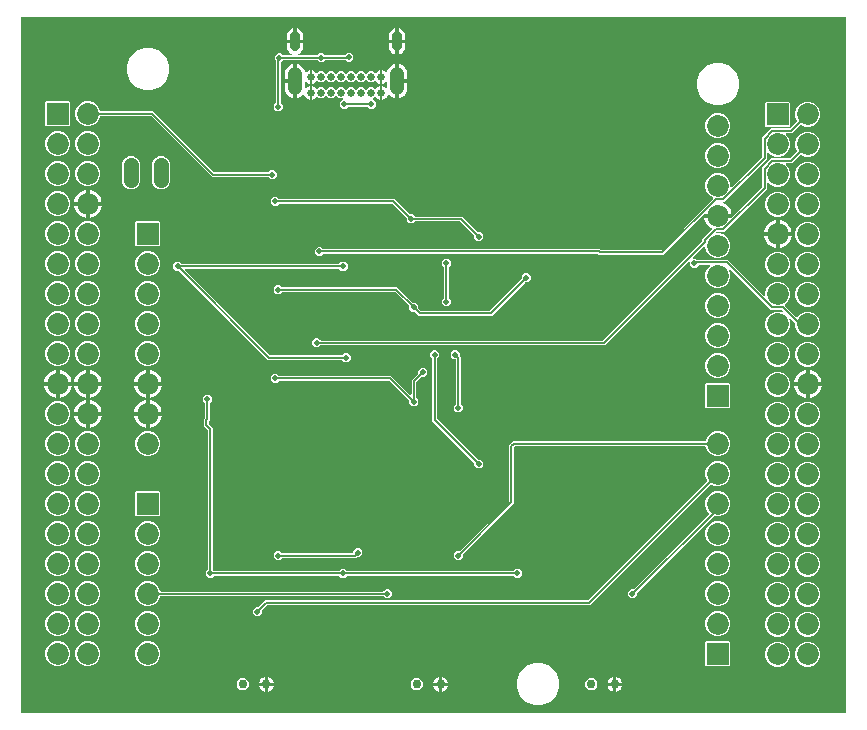
<source format=gbl>
G04 EAGLE Gerber RS-274X export*
G75*
%MOMM*%
%FSLAX34Y34*%
%LPD*%
%INBottom Copper*%
%IPPOS*%
%AMOC8*
5,1,8,0,0,1.08239X$1,22.5*%
G01*
%ADD10C,0.760000*%
%ADD11C,1.276000*%
%ADD12R,1.850000X1.850000*%
%ADD13C,1.850000*%
%ADD14C,0.660000*%
%ADD15C,1.200000*%
%ADD16C,0.860000*%
%ADD17C,0.502400*%
%ADD18C,0.152400*%

G36*
X700258Y2004D02*
X700258Y2004D01*
X700277Y2002D01*
X700379Y2024D01*
X700481Y2040D01*
X700498Y2050D01*
X700518Y2054D01*
X700607Y2107D01*
X700698Y2156D01*
X700712Y2170D01*
X700729Y2180D01*
X700796Y2259D01*
X700868Y2334D01*
X700876Y2352D01*
X700889Y2367D01*
X700928Y2463D01*
X700971Y2557D01*
X700973Y2577D01*
X700981Y2595D01*
X700999Y2762D01*
X700999Y590238D01*
X700996Y590258D01*
X700998Y590277D01*
X700976Y590379D01*
X700960Y590481D01*
X700950Y590498D01*
X700946Y590518D01*
X700893Y590607D01*
X700844Y590698D01*
X700830Y590712D01*
X700820Y590729D01*
X700741Y590796D01*
X700666Y590868D01*
X700648Y590876D01*
X700633Y590889D01*
X700537Y590928D01*
X700443Y590971D01*
X700423Y590973D01*
X700405Y590981D01*
X700238Y590999D01*
X2762Y590999D01*
X2742Y590996D01*
X2723Y590998D01*
X2621Y590976D01*
X2519Y590960D01*
X2502Y590950D01*
X2482Y590946D01*
X2393Y590893D01*
X2302Y590844D01*
X2288Y590830D01*
X2271Y590820D01*
X2204Y590741D01*
X2132Y590666D01*
X2124Y590648D01*
X2111Y590633D01*
X2072Y590537D01*
X2029Y590443D01*
X2027Y590423D01*
X2019Y590405D01*
X2001Y590238D01*
X2001Y2762D01*
X2004Y2742D01*
X2002Y2723D01*
X2024Y2621D01*
X2040Y2519D01*
X2050Y2502D01*
X2054Y2482D01*
X2107Y2393D01*
X2156Y2302D01*
X2170Y2288D01*
X2180Y2271D01*
X2259Y2204D01*
X2334Y2132D01*
X2352Y2124D01*
X2367Y2111D01*
X2463Y2072D01*
X2557Y2029D01*
X2577Y2027D01*
X2595Y2019D01*
X2762Y2001D01*
X700238Y2001D01*
X700258Y2004D01*
G37*
%LPC*%
G36*
X250933Y311217D02*
X250933Y311217D01*
X248717Y313433D01*
X248717Y316567D01*
X250933Y318783D01*
X254067Y318783D01*
X255594Y317256D01*
X255668Y317203D01*
X255737Y317143D01*
X255767Y317131D01*
X255794Y317112D01*
X255881Y317085D01*
X255965Y317051D01*
X256006Y317047D01*
X256029Y317040D01*
X256061Y317041D01*
X256132Y317033D01*
X494565Y317033D01*
X494655Y317047D01*
X494746Y317055D01*
X494776Y317067D01*
X494808Y317072D01*
X494888Y317115D01*
X494972Y317151D01*
X495004Y317177D01*
X495025Y317188D01*
X495047Y317211D01*
X495103Y317256D01*
X578762Y400915D01*
X578815Y400989D01*
X578875Y401058D01*
X578887Y401088D01*
X578906Y401115D01*
X578933Y401201D01*
X578967Y401286D01*
X578971Y401327D01*
X578978Y401350D01*
X578977Y401382D01*
X578985Y401453D01*
X578985Y402755D01*
X587145Y410915D01*
X587154Y410928D01*
X587167Y410938D01*
X587226Y411028D01*
X587289Y411115D01*
X587293Y411130D01*
X587302Y411143D01*
X587330Y411247D01*
X587361Y411350D01*
X587361Y411366D01*
X587365Y411381D01*
X587357Y411488D01*
X587355Y411596D01*
X587349Y411611D01*
X587348Y411627D01*
X587307Y411726D01*
X587270Y411827D01*
X587260Y411839D01*
X587254Y411854D01*
X587184Y411935D01*
X587117Y412019D01*
X587103Y412027D01*
X587093Y412039D01*
X586952Y412132D01*
X586120Y412556D01*
X584619Y413647D01*
X583307Y414959D01*
X582216Y416460D01*
X581373Y418114D01*
X580800Y419879D01*
X580604Y421117D01*
X591538Y421117D01*
X591558Y421120D01*
X591577Y421118D01*
X591679Y421140D01*
X591781Y421157D01*
X591798Y421166D01*
X591818Y421170D01*
X591907Y421223D01*
X591998Y421272D01*
X592012Y421286D01*
X592029Y421296D01*
X592096Y421375D01*
X592167Y421450D01*
X592176Y421468D01*
X592189Y421483D01*
X592227Y421579D01*
X592271Y421673D01*
X592273Y421693D01*
X592281Y421711D01*
X592299Y421878D01*
X592299Y423402D01*
X592296Y423422D01*
X592298Y423441D01*
X592276Y423543D01*
X592259Y423645D01*
X592250Y423662D01*
X592246Y423682D01*
X592193Y423771D01*
X592144Y423862D01*
X592130Y423876D01*
X592120Y423893D01*
X592041Y423960D01*
X591966Y424031D01*
X591948Y424040D01*
X591933Y424053D01*
X591837Y424092D01*
X591743Y424135D01*
X591723Y424137D01*
X591705Y424145D01*
X591538Y424163D01*
X581058Y424163D01*
X580968Y424148D01*
X580877Y424141D01*
X580847Y424129D01*
X580815Y424123D01*
X580735Y424081D01*
X580651Y424045D01*
X580619Y424019D01*
X580598Y424008D01*
X580576Y423985D01*
X580520Y423940D01*
X546233Y389653D01*
X491750Y389653D01*
X491159Y390244D01*
X491085Y390297D01*
X491015Y390357D01*
X490985Y390369D01*
X490959Y390388D01*
X490872Y390415D01*
X490787Y390449D01*
X490746Y390453D01*
X490724Y390460D01*
X490692Y390459D01*
X490620Y390467D01*
X258632Y390467D01*
X258542Y390453D01*
X258451Y390445D01*
X258421Y390433D01*
X258389Y390428D01*
X258309Y390385D01*
X258225Y390349D01*
X258193Y390323D01*
X258172Y390312D01*
X258150Y390289D01*
X258094Y390244D01*
X256567Y388717D01*
X253433Y388717D01*
X251217Y390933D01*
X251217Y394067D01*
X253433Y396283D01*
X256567Y396283D01*
X258094Y394756D01*
X258168Y394703D01*
X258237Y394643D01*
X258267Y394631D01*
X258294Y394612D01*
X258381Y394585D01*
X258465Y394551D01*
X258506Y394547D01*
X258529Y394540D01*
X258561Y394541D01*
X258632Y394533D01*
X492620Y394533D01*
X493211Y393942D01*
X493285Y393889D01*
X493354Y393829D01*
X493384Y393817D01*
X493411Y393798D01*
X493497Y393771D01*
X493582Y393737D01*
X493623Y393733D01*
X493646Y393726D01*
X493678Y393727D01*
X493749Y393719D01*
X544233Y393719D01*
X544324Y393733D01*
X544414Y393741D01*
X544444Y393753D01*
X544476Y393758D01*
X544557Y393801D01*
X544641Y393837D01*
X544673Y393863D01*
X544694Y393874D01*
X544716Y393897D01*
X544772Y393942D01*
X588088Y437258D01*
X588115Y437295D01*
X588149Y437326D01*
X588186Y437395D01*
X588231Y437458D01*
X588245Y437501D01*
X588267Y437542D01*
X588281Y437618D01*
X588304Y437693D01*
X588303Y437739D01*
X588311Y437784D01*
X588299Y437861D01*
X588297Y437939D01*
X588282Y437982D01*
X588275Y438027D01*
X588240Y438096D01*
X588213Y438170D01*
X588184Y438205D01*
X588164Y438246D01*
X588108Y438301D01*
X588059Y438362D01*
X588021Y438386D01*
X587988Y438419D01*
X587868Y438485D01*
X587852Y438495D01*
X587848Y438496D01*
X587841Y438499D01*
X586340Y439121D01*
X583381Y442080D01*
X581779Y445947D01*
X581779Y450133D01*
X583381Y454000D01*
X586340Y456959D01*
X590207Y458561D01*
X594393Y458561D01*
X598260Y456959D01*
X601219Y454000D01*
X602821Y450133D01*
X602821Y447318D01*
X602823Y447304D01*
X602822Y447293D01*
X602832Y447244D01*
X602834Y447176D01*
X602852Y447127D01*
X602860Y447075D01*
X602894Y447012D01*
X602919Y446945D01*
X602951Y446904D01*
X602976Y446858D01*
X603027Y446809D01*
X603072Y446753D01*
X603116Y446724D01*
X603154Y446689D01*
X603219Y446658D01*
X603279Y446620D01*
X603330Y446607D01*
X603377Y446585D01*
X603448Y446577D01*
X603518Y446560D01*
X603570Y446564D01*
X603621Y446558D01*
X603692Y446573D01*
X603763Y446579D01*
X603811Y446599D01*
X603862Y446610D01*
X603923Y446647D01*
X603989Y446675D01*
X604045Y446720D01*
X604047Y446721D01*
X604056Y446726D01*
X604057Y446727D01*
X604073Y446736D01*
X604088Y446754D01*
X604120Y446780D01*
X629562Y472222D01*
X629615Y472296D01*
X629675Y472365D01*
X629687Y472395D01*
X629706Y472422D01*
X629733Y472509D01*
X629767Y472593D01*
X629771Y472634D01*
X629778Y472657D01*
X629777Y472689D01*
X629785Y472760D01*
X629785Y488865D01*
X637585Y496665D01*
X653225Y496665D01*
X653315Y496680D01*
X653406Y496687D01*
X653435Y496699D01*
X653467Y496705D01*
X653548Y496747D01*
X653632Y496783D01*
X653664Y496809D01*
X653685Y496820D01*
X653707Y496843D01*
X653763Y496888D01*
X659246Y502371D01*
X659289Y502430D01*
X659331Y502475D01*
X659348Y502511D01*
X659384Y502560D01*
X659386Y502566D01*
X659390Y502571D01*
X659417Y502660D01*
X659435Y502698D01*
X659438Y502725D01*
X659460Y502793D01*
X659460Y502800D01*
X659462Y502806D01*
X659459Y502916D01*
X659462Y502943D01*
X659459Y502959D01*
X659458Y503039D01*
X659456Y503047D01*
X659456Y503052D01*
X659449Y503069D01*
X659411Y503201D01*
X657979Y506657D01*
X657979Y510843D01*
X659581Y514710D01*
X662540Y517669D01*
X666407Y519271D01*
X670593Y519271D01*
X674460Y517669D01*
X677419Y514710D01*
X679021Y510843D01*
X679021Y506657D01*
X677419Y502791D01*
X674460Y499831D01*
X670593Y498229D01*
X666407Y498229D01*
X662950Y499661D01*
X662837Y499688D01*
X662723Y499716D01*
X662717Y499716D01*
X662711Y499717D01*
X662594Y499706D01*
X662478Y499697D01*
X662472Y499695D01*
X662466Y499694D01*
X662359Y499646D01*
X662252Y499601D01*
X662246Y499596D01*
X662241Y499594D01*
X662228Y499582D01*
X662121Y499496D01*
X655224Y492599D01*
X650567Y492599D01*
X650496Y492588D01*
X650425Y492586D01*
X650376Y492568D01*
X650324Y492560D01*
X650261Y492526D01*
X650194Y492501D01*
X650153Y492469D01*
X650107Y492445D01*
X650058Y492393D01*
X650002Y492348D01*
X649973Y492304D01*
X649938Y492266D01*
X649907Y492201D01*
X649869Y492141D01*
X649856Y492090D01*
X649834Y492043D01*
X649826Y491972D01*
X649809Y491902D01*
X649813Y491850D01*
X649807Y491799D01*
X649822Y491728D01*
X649828Y491657D01*
X649848Y491609D01*
X649859Y491558D01*
X649896Y491497D01*
X649924Y491431D01*
X649969Y491375D01*
X649985Y491347D01*
X650003Y491332D01*
X650029Y491300D01*
X652019Y489310D01*
X653621Y485443D01*
X653621Y481257D01*
X652019Y477391D01*
X649060Y474431D01*
X645193Y472829D01*
X641007Y472829D01*
X637140Y474431D01*
X635150Y476421D01*
X635092Y476463D01*
X635040Y476512D01*
X634993Y476534D01*
X634951Y476565D01*
X634882Y476586D01*
X634817Y476616D01*
X634765Y476622D01*
X634715Y476637D01*
X634644Y476635D01*
X634573Y476643D01*
X634522Y476632D01*
X634470Y476631D01*
X634402Y476606D01*
X634332Y476591D01*
X634287Y476564D01*
X634239Y476546D01*
X634183Y476501D01*
X634121Y476465D01*
X634087Y476425D01*
X634047Y476393D01*
X634008Y476332D01*
X633961Y476278D01*
X633942Y476229D01*
X633914Y476186D01*
X633896Y476116D01*
X633869Y476050D01*
X633861Y475978D01*
X633853Y475947D01*
X633855Y475924D01*
X633851Y475883D01*
X633851Y470761D01*
X632437Y469347D01*
X599229Y436139D01*
X597815Y434725D01*
X597723Y434725D01*
X597657Y434714D01*
X597589Y434713D01*
X597536Y434695D01*
X597481Y434686D01*
X597421Y434654D01*
X597357Y434631D01*
X597313Y434597D01*
X597263Y434570D01*
X597217Y434521D01*
X597163Y434480D01*
X597133Y434433D01*
X597094Y434392D01*
X597065Y434331D01*
X597028Y434274D01*
X597014Y434220D01*
X596990Y434169D01*
X596983Y434102D01*
X596966Y434036D01*
X596969Y433980D01*
X596963Y433925D01*
X596978Y433858D01*
X596982Y433791D01*
X597004Y433739D01*
X597015Y433684D01*
X597050Y433626D01*
X597076Y433563D01*
X597113Y433521D01*
X597142Y433473D01*
X597193Y433429D01*
X597238Y433378D01*
X597303Y433335D01*
X597329Y433313D01*
X597348Y433305D01*
X597378Y433286D01*
X598480Y432724D01*
X599981Y431633D01*
X601293Y430321D01*
X602384Y428820D01*
X603227Y427166D01*
X603800Y425401D01*
X603996Y424163D01*
X593062Y424163D01*
X593042Y424160D01*
X593023Y424162D01*
X592921Y424140D01*
X592819Y424123D01*
X592802Y424114D01*
X592782Y424110D01*
X592693Y424057D01*
X592602Y424008D01*
X592588Y423994D01*
X592571Y423984D01*
X592504Y423905D01*
X592433Y423830D01*
X592424Y423812D01*
X592411Y423797D01*
X592373Y423701D01*
X592329Y423607D01*
X592327Y423587D01*
X592319Y423569D01*
X592301Y423402D01*
X592301Y421878D01*
X592304Y421858D01*
X592302Y421839D01*
X592324Y421737D01*
X592341Y421635D01*
X592350Y421618D01*
X592354Y421598D01*
X592407Y421509D01*
X592456Y421418D01*
X592470Y421404D01*
X592480Y421387D01*
X592559Y421320D01*
X592634Y421249D01*
X592652Y421240D01*
X592667Y421227D01*
X592763Y421188D01*
X592857Y421145D01*
X592877Y421143D01*
X592895Y421135D01*
X593062Y421117D01*
X603542Y421117D01*
X603632Y421132D01*
X603723Y421139D01*
X603753Y421151D01*
X603785Y421157D01*
X603865Y421199D01*
X603949Y421235D01*
X603981Y421261D01*
X604002Y421272D01*
X604024Y421295D01*
X604080Y421340D01*
X629562Y446822D01*
X629609Y446886D01*
X629625Y446904D01*
X629629Y446912D01*
X629675Y446965D01*
X629687Y446995D01*
X629706Y447022D01*
X629733Y447109D01*
X629767Y447193D01*
X629771Y447234D01*
X629778Y447257D01*
X629777Y447289D01*
X629785Y447360D01*
X629785Y463465D01*
X637585Y471265D01*
X653225Y471265D01*
X653315Y471280D01*
X653406Y471287D01*
X653435Y471299D01*
X653467Y471305D01*
X653548Y471347D01*
X653632Y471383D01*
X653664Y471409D01*
X653685Y471420D01*
X653707Y471443D01*
X653763Y471488D01*
X659246Y476971D01*
X659314Y477065D01*
X659384Y477160D01*
X659386Y477166D01*
X659390Y477171D01*
X659424Y477281D01*
X659460Y477393D01*
X659460Y477400D01*
X659462Y477406D01*
X659459Y477523D01*
X659458Y477639D01*
X659456Y477647D01*
X659456Y477652D01*
X659449Y477669D01*
X659411Y477801D01*
X657979Y481257D01*
X657979Y485443D01*
X659581Y489310D01*
X662540Y492269D01*
X666407Y493871D01*
X670593Y493871D01*
X674460Y492269D01*
X677419Y489310D01*
X679021Y485443D01*
X679021Y481257D01*
X677419Y477391D01*
X674460Y474431D01*
X670593Y472829D01*
X666407Y472829D01*
X662950Y474261D01*
X662837Y474288D01*
X662723Y474316D01*
X662717Y474316D01*
X662711Y474317D01*
X662594Y474306D01*
X662478Y474297D01*
X662472Y474295D01*
X662466Y474294D01*
X662359Y474246D01*
X662252Y474201D01*
X662246Y474196D01*
X662241Y474194D01*
X662228Y474182D01*
X662121Y474096D01*
X655224Y467199D01*
X650567Y467199D01*
X650496Y467188D01*
X650425Y467186D01*
X650376Y467168D01*
X650324Y467160D01*
X650261Y467126D01*
X650194Y467101D01*
X650153Y467069D01*
X650107Y467045D01*
X650058Y466993D01*
X650002Y466948D01*
X649973Y466904D01*
X649938Y466866D01*
X649907Y466801D01*
X649869Y466741D01*
X649856Y466690D01*
X649834Y466643D01*
X649826Y466572D01*
X649809Y466502D01*
X649813Y466450D01*
X649807Y466399D01*
X649822Y466328D01*
X649828Y466257D01*
X649848Y466209D01*
X649859Y466158D01*
X649896Y466097D01*
X649924Y466031D01*
X649969Y465975D01*
X649985Y465947D01*
X650003Y465932D01*
X650029Y465900D01*
X652019Y463910D01*
X653621Y460043D01*
X653621Y455857D01*
X652019Y451991D01*
X649060Y449031D01*
X645193Y447429D01*
X641007Y447429D01*
X637140Y449031D01*
X635150Y451021D01*
X635092Y451063D01*
X635040Y451112D01*
X634993Y451134D01*
X634951Y451165D01*
X634882Y451186D01*
X634817Y451216D01*
X634765Y451222D01*
X634715Y451237D01*
X634644Y451235D01*
X634573Y451243D01*
X634522Y451232D01*
X634470Y451231D01*
X634402Y451206D01*
X634332Y451191D01*
X634287Y451164D01*
X634239Y451146D01*
X634183Y451101D01*
X634121Y451065D01*
X634087Y451025D01*
X634047Y450993D01*
X634008Y450932D01*
X633961Y450878D01*
X633942Y450829D01*
X633914Y450786D01*
X633896Y450716D01*
X633869Y450650D01*
X633861Y450578D01*
X633853Y450547D01*
X633855Y450524D01*
X633851Y450483D01*
X633851Y445361D01*
X597815Y409325D01*
X591620Y409325D01*
X591530Y409311D01*
X591439Y409304D01*
X591409Y409291D01*
X591377Y409286D01*
X591297Y409243D01*
X591213Y409207D01*
X591181Y409181D01*
X591160Y409170D01*
X591138Y409147D01*
X591082Y409103D01*
X591040Y409060D01*
X590998Y409002D01*
X590949Y408950D01*
X590927Y408903D01*
X590896Y408861D01*
X590875Y408792D01*
X590845Y408727D01*
X590839Y408675D01*
X590824Y408626D01*
X590826Y408554D01*
X590818Y408483D01*
X590829Y408432D01*
X590830Y408380D01*
X590855Y408312D01*
X590870Y408242D01*
X590897Y408198D01*
X590915Y408149D01*
X590959Y408093D01*
X590996Y408031D01*
X591036Y407997D01*
X591068Y407957D01*
X591129Y407918D01*
X591183Y407871D01*
X591231Y407852D01*
X591275Y407824D01*
X591345Y407806D01*
X591411Y407779D01*
X591483Y407771D01*
X591514Y407763D01*
X591537Y407765D01*
X591578Y407761D01*
X594393Y407761D01*
X598260Y406159D01*
X601219Y403200D01*
X602821Y399333D01*
X602821Y395147D01*
X601219Y391280D01*
X598260Y388321D01*
X594393Y386719D01*
X590207Y386719D01*
X586340Y388321D01*
X583381Y391280D01*
X581779Y395147D01*
X581779Y396344D01*
X581777Y396358D01*
X581778Y396368D01*
X581768Y396416D01*
X581766Y396487D01*
X581748Y396536D01*
X581740Y396587D01*
X581706Y396650D01*
X581681Y396718D01*
X581649Y396759D01*
X581624Y396805D01*
X581573Y396854D01*
X581528Y396910D01*
X581484Y396938D01*
X581446Y396974D01*
X581381Y397004D01*
X581321Y397043D01*
X581270Y397056D01*
X581223Y397078D01*
X581152Y397086D01*
X581082Y397103D01*
X581030Y397099D01*
X580979Y397105D01*
X580908Y397089D01*
X580837Y397084D01*
X580789Y397064D01*
X580738Y397052D01*
X580677Y397016D01*
X580611Y396988D01*
X580555Y396943D01*
X580527Y396926D01*
X580512Y396908D01*
X580480Y396883D01*
X571179Y387582D01*
X571137Y387524D01*
X571088Y387472D01*
X571066Y387425D01*
X571036Y387383D01*
X571015Y387314D01*
X570984Y387249D01*
X570979Y387197D01*
X570963Y387147D01*
X570965Y387076D01*
X570957Y387005D01*
X570968Y386954D01*
X570970Y386902D01*
X570994Y386834D01*
X571010Y386764D01*
X571036Y386720D01*
X571054Y386671D01*
X571099Y386615D01*
X571136Y386553D01*
X571175Y386519D01*
X571208Y386479D01*
X571268Y386440D01*
X571323Y386393D01*
X571371Y386374D01*
X571415Y386346D01*
X571484Y386328D01*
X571551Y386301D01*
X571622Y386293D01*
X571653Y386285D01*
X571677Y386287D01*
X571718Y386283D01*
X574067Y386283D01*
X574972Y385378D01*
X575046Y385325D01*
X575115Y385265D01*
X575145Y385253D01*
X575172Y385234D01*
X575259Y385207D01*
X575343Y385173D01*
X575384Y385169D01*
X575407Y385162D01*
X575439Y385163D01*
X575510Y385155D01*
X601215Y385155D01*
X631280Y355090D01*
X631338Y355048D01*
X631390Y354999D01*
X631437Y354977D01*
X631479Y354946D01*
X631548Y354925D01*
X631613Y354895D01*
X631665Y354889D01*
X631715Y354874D01*
X631786Y354876D01*
X631857Y354868D01*
X631908Y354879D01*
X631960Y354880D01*
X632028Y354905D01*
X632098Y354920D01*
X632143Y354947D01*
X632191Y354965D01*
X632247Y355010D01*
X632309Y355046D01*
X632343Y355086D01*
X632383Y355118D01*
X632422Y355179D01*
X632469Y355233D01*
X632488Y355282D01*
X632516Y355325D01*
X632534Y355395D01*
X632561Y355461D01*
X632569Y355533D01*
X632577Y355564D01*
X632575Y355587D01*
X632579Y355628D01*
X632579Y358443D01*
X634181Y362310D01*
X637140Y365269D01*
X641007Y366871D01*
X645193Y366871D01*
X649060Y365269D01*
X652019Y362310D01*
X653621Y358443D01*
X653621Y354257D01*
X652019Y350391D01*
X649040Y347411D01*
X649028Y347395D01*
X649013Y347383D01*
X648957Y347296D01*
X648896Y347212D01*
X648891Y347193D01*
X648880Y347176D01*
X648854Y347075D01*
X648824Y346977D01*
X648825Y346957D01*
X648820Y346937D01*
X648828Y346834D01*
X648830Y346731D01*
X648837Y346712D01*
X648839Y346692D01*
X648879Y346597D01*
X648915Y346500D01*
X648927Y346484D01*
X648935Y346466D01*
X649021Y346358D01*
X649023Y346356D01*
X649024Y346355D01*
X649040Y346335D01*
X658485Y336890D01*
X658501Y336878D01*
X658513Y336863D01*
X658601Y336807D01*
X658685Y336746D01*
X658703Y336741D01*
X658720Y336730D01*
X658821Y336704D01*
X658920Y336674D01*
X658940Y336675D01*
X658959Y336670D01*
X659062Y336678D01*
X659165Y336680D01*
X659184Y336687D01*
X659204Y336689D01*
X659299Y336729D01*
X659396Y336765D01*
X659412Y336777D01*
X659430Y336785D01*
X659561Y336890D01*
X662540Y339869D01*
X666407Y341471D01*
X670593Y341471D01*
X674460Y339869D01*
X677419Y336910D01*
X679021Y333043D01*
X679021Y328857D01*
X677419Y324991D01*
X674460Y322031D01*
X670593Y320429D01*
X666407Y320429D01*
X662540Y322031D01*
X659581Y324991D01*
X657979Y328857D01*
X657979Y331331D01*
X657965Y331421D01*
X657957Y331512D01*
X657945Y331541D01*
X657940Y331573D01*
X657897Y331654D01*
X657861Y331738D01*
X657835Y331770D01*
X657824Y331791D01*
X657801Y331813D01*
X657756Y331869D01*
X654233Y335393D01*
X654154Y335449D01*
X654078Y335512D01*
X654054Y335521D01*
X654033Y335536D01*
X653940Y335565D01*
X653849Y335600D01*
X653823Y335601D01*
X653798Y335609D01*
X653700Y335606D01*
X653603Y335610D01*
X653578Y335603D01*
X653552Y335602D01*
X653460Y335569D01*
X653367Y335542D01*
X653346Y335527D01*
X653321Y335518D01*
X653245Y335457D01*
X653165Y335401D01*
X653149Y335380D01*
X653129Y335364D01*
X653076Y335282D01*
X653018Y335204D01*
X653010Y335179D01*
X652996Y335157D01*
X652972Y335063D01*
X652942Y334970D01*
X652942Y334944D01*
X652936Y334919D01*
X652943Y334822D01*
X652944Y334724D01*
X652953Y334693D01*
X652955Y334673D01*
X652968Y334643D01*
X652991Y334563D01*
X653621Y333043D01*
X653621Y328857D01*
X652019Y324991D01*
X649060Y322031D01*
X645193Y320429D01*
X641007Y320429D01*
X637140Y322031D01*
X634181Y324991D01*
X632579Y328857D01*
X632579Y333043D01*
X634181Y336910D01*
X637140Y339869D01*
X641007Y341471D01*
X645193Y341471D01*
X646713Y340841D01*
X646808Y340819D01*
X646901Y340790D01*
X646927Y340791D01*
X646953Y340785D01*
X647049Y340794D01*
X647147Y340797D01*
X647171Y340806D01*
X647197Y340808D01*
X647286Y340848D01*
X647378Y340881D01*
X647398Y340897D01*
X647422Y340908D01*
X647494Y340974D01*
X647570Y341035D01*
X647584Y341057D01*
X647603Y341074D01*
X647650Y341160D01*
X647703Y341242D01*
X647709Y341267D01*
X647722Y341290D01*
X647739Y341386D01*
X647763Y341480D01*
X647761Y341506D01*
X647766Y341532D01*
X647751Y341628D01*
X647744Y341725D01*
X647734Y341749D01*
X647730Y341775D01*
X647686Y341862D01*
X647647Y341952D01*
X647627Y341977D01*
X647618Y341995D01*
X647595Y342018D01*
X647543Y342083D01*
X646813Y342812D01*
X646739Y342866D01*
X646669Y342925D01*
X646639Y342937D01*
X646613Y342956D01*
X646526Y342983D01*
X646441Y343017D01*
X646400Y343021D01*
X646378Y343028D01*
X646346Y343027D01*
X646275Y343035D01*
X637585Y343035D01*
X602793Y377827D01*
X602714Y377884D01*
X602639Y377946D01*
X602614Y377956D01*
X602593Y377971D01*
X602500Y378000D01*
X602409Y378035D01*
X602383Y378036D01*
X602358Y378043D01*
X602261Y378041D01*
X602163Y378045D01*
X602138Y378038D01*
X602112Y378037D01*
X602020Y378004D01*
X601927Y377976D01*
X601906Y377962D01*
X601881Y377953D01*
X601805Y377892D01*
X601725Y377836D01*
X601709Y377815D01*
X601689Y377799D01*
X601636Y377717D01*
X601578Y377639D01*
X601570Y377614D01*
X601556Y377592D01*
X601532Y377498D01*
X601502Y377405D01*
X601502Y377379D01*
X601496Y377353D01*
X601503Y377256D01*
X601504Y377159D01*
X601514Y377128D01*
X601515Y377108D01*
X601528Y377078D01*
X601551Y376998D01*
X602821Y373933D01*
X602821Y369747D01*
X601219Y365880D01*
X598260Y362921D01*
X594393Y361319D01*
X590207Y361319D01*
X586340Y362921D01*
X583381Y365880D01*
X581779Y369747D01*
X581779Y373933D01*
X583381Y377800D01*
X585371Y379790D01*
X585413Y379848D01*
X585462Y379900D01*
X585484Y379947D01*
X585515Y379989D01*
X585536Y380058D01*
X585566Y380123D01*
X585572Y380175D01*
X585587Y380225D01*
X585585Y380296D01*
X585593Y380367D01*
X585582Y380418D01*
X585581Y380470D01*
X585556Y380538D01*
X585541Y380608D01*
X585514Y380653D01*
X585496Y380701D01*
X585451Y380757D01*
X585415Y380819D01*
X585375Y380853D01*
X585343Y380893D01*
X585282Y380932D01*
X585228Y380979D01*
X585179Y380998D01*
X585136Y381026D01*
X585066Y381044D01*
X585000Y381071D01*
X584928Y381079D01*
X584897Y381087D01*
X584874Y381085D01*
X584833Y381089D01*
X576754Y381089D01*
X576664Y381075D01*
X576573Y381067D01*
X576543Y381055D01*
X576511Y381050D01*
X576431Y381007D01*
X576347Y380971D01*
X576315Y380945D01*
X576294Y380934D01*
X576272Y380911D01*
X576216Y380866D01*
X574067Y378717D01*
X570933Y378717D01*
X568717Y380933D01*
X568717Y383282D01*
X568706Y383353D01*
X568704Y383425D01*
X568686Y383474D01*
X568678Y383525D01*
X568644Y383589D01*
X568619Y383656D01*
X568587Y383697D01*
X568562Y383743D01*
X568510Y383792D01*
X568466Y383848D01*
X568422Y383876D01*
X568384Y383912D01*
X568319Y383942D01*
X568259Y383981D01*
X568208Y383994D01*
X568161Y384016D01*
X568090Y384024D01*
X568020Y384041D01*
X567968Y384037D01*
X567917Y384043D01*
X567846Y384027D01*
X567775Y384022D01*
X567727Y384002D01*
X567676Y383990D01*
X567615Y383954D01*
X567549Y383926D01*
X567493Y383881D01*
X567465Y383864D01*
X567450Y383846D01*
X567418Y383821D01*
X496564Y312967D01*
X256132Y312967D01*
X256042Y312953D01*
X255951Y312945D01*
X255921Y312933D01*
X255889Y312928D01*
X255809Y312885D01*
X255725Y312849D01*
X255693Y312823D01*
X255672Y312812D01*
X255650Y312789D01*
X255594Y312744D01*
X254067Y311217D01*
X250933Y311217D01*
G37*
%LPD*%
%LPC*%
G36*
X200933Y83717D02*
X200933Y83717D01*
X198717Y85933D01*
X198717Y89067D01*
X200933Y91283D01*
X203093Y91283D01*
X203183Y91297D01*
X203274Y91305D01*
X203303Y91317D01*
X203335Y91322D01*
X203416Y91365D01*
X203500Y91401D01*
X203532Y91427D01*
X203553Y91438D01*
X203575Y91461D01*
X203631Y91506D01*
X209158Y97033D01*
X481943Y97033D01*
X482033Y97047D01*
X482124Y97055D01*
X482153Y97067D01*
X482185Y97072D01*
X482266Y97115D01*
X482350Y97151D01*
X482382Y97177D01*
X482403Y97188D01*
X482425Y97211D01*
X482481Y97256D01*
X583046Y197821D01*
X583114Y197915D01*
X583184Y198010D01*
X583186Y198016D01*
X583190Y198021D01*
X583224Y198131D01*
X583260Y198243D01*
X583260Y198250D01*
X583262Y198256D01*
X583259Y198372D01*
X583258Y198489D01*
X583256Y198497D01*
X583256Y198502D01*
X583249Y198519D01*
X583211Y198650D01*
X581779Y202107D01*
X581779Y206293D01*
X583381Y210160D01*
X586340Y213119D01*
X590207Y214721D01*
X594393Y214721D01*
X598260Y213119D01*
X601219Y210160D01*
X602821Y206293D01*
X602821Y202107D01*
X601219Y198240D01*
X598260Y195281D01*
X594393Y193679D01*
X590207Y193679D01*
X586750Y195111D01*
X586637Y195138D01*
X586523Y195166D01*
X586517Y195166D01*
X586511Y195167D01*
X586394Y195156D01*
X586278Y195147D01*
X586272Y195145D01*
X586266Y195144D01*
X586159Y195096D01*
X586052Y195051D01*
X586046Y195046D01*
X586041Y195044D01*
X586028Y195032D01*
X585921Y194946D01*
X483942Y92967D01*
X211157Y92967D01*
X211067Y92953D01*
X210976Y92945D01*
X210947Y92933D01*
X210915Y92928D01*
X210834Y92885D01*
X210750Y92849D01*
X210718Y92823D01*
X210697Y92812D01*
X210675Y92789D01*
X210619Y92744D01*
X206506Y88631D01*
X206453Y88557D01*
X206393Y88488D01*
X206381Y88457D01*
X206362Y88431D01*
X206335Y88344D01*
X206301Y88259D01*
X206297Y88218D01*
X206290Y88196D01*
X206291Y88164D01*
X206283Y88093D01*
X206283Y85933D01*
X204067Y83717D01*
X200933Y83717D01*
G37*
%LPD*%
%LPC*%
G36*
X160933Y116217D02*
X160933Y116217D01*
X158717Y118433D01*
X158717Y121567D01*
X160244Y123094D01*
X160297Y123168D01*
X160357Y123237D01*
X160369Y123267D01*
X160388Y123294D01*
X160415Y123381D01*
X160449Y123465D01*
X160453Y123506D01*
X160460Y123529D01*
X160459Y123561D01*
X160467Y123632D01*
X160467Y240620D01*
X160453Y240711D01*
X160445Y240801D01*
X160433Y240831D01*
X160428Y240863D01*
X160385Y240944D01*
X160349Y241028D01*
X160323Y241060D01*
X160312Y241081D01*
X160289Y241103D01*
X160244Y241159D01*
X157153Y244250D01*
X157153Y250750D01*
X157744Y251341D01*
X157797Y251415D01*
X157857Y251485D01*
X157869Y251515D01*
X157888Y251541D01*
X157915Y251628D01*
X157949Y251713D01*
X157953Y251754D01*
X157960Y251776D01*
X157959Y251808D01*
X157967Y251880D01*
X157967Y263868D01*
X157962Y263899D01*
X157963Y263910D01*
X157952Y263961D01*
X157945Y264049D01*
X157933Y264079D01*
X157928Y264111D01*
X157914Y264136D01*
X157911Y264151D01*
X157880Y264202D01*
X157849Y264275D01*
X157823Y264307D01*
X157812Y264328D01*
X157795Y264344D01*
X157785Y264362D01*
X157769Y264375D01*
X157744Y264406D01*
X156217Y265933D01*
X156217Y269067D01*
X158433Y271283D01*
X161567Y271283D01*
X163783Y269067D01*
X163783Y265933D01*
X162256Y264406D01*
X162213Y264347D01*
X162167Y264299D01*
X162160Y264282D01*
X162143Y264263D01*
X162131Y264233D01*
X162112Y264206D01*
X162088Y264128D01*
X162064Y264076D01*
X162062Y264062D01*
X162051Y264035D01*
X162047Y263994D01*
X162040Y263971D01*
X162041Y263939D01*
X162033Y263868D01*
X162033Y249880D01*
X161442Y249289D01*
X161389Y249215D01*
X161329Y249146D01*
X161317Y249116D01*
X161298Y249089D01*
X161271Y249003D01*
X161237Y248918D01*
X161233Y248877D01*
X161226Y248854D01*
X161227Y248822D01*
X161219Y248751D01*
X161219Y246249D01*
X161233Y246159D01*
X161241Y246068D01*
X161253Y246038D01*
X161258Y246006D01*
X161301Y245926D01*
X161337Y245842D01*
X161363Y245810D01*
X161374Y245789D01*
X161397Y245767D01*
X161442Y245711D01*
X164533Y242620D01*
X164533Y123632D01*
X164547Y123542D01*
X164555Y123451D01*
X164567Y123421D01*
X164572Y123389D01*
X164615Y123309D01*
X164651Y123225D01*
X164677Y123193D01*
X164688Y123172D01*
X164711Y123150D01*
X164756Y123094D01*
X165594Y122256D01*
X165668Y122203D01*
X165737Y122143D01*
X165767Y122131D01*
X165794Y122112D01*
X165881Y122085D01*
X165965Y122051D01*
X166006Y122047D01*
X166029Y122040D01*
X166061Y122041D01*
X166132Y122033D01*
X271368Y122033D01*
X271458Y122047D01*
X271549Y122055D01*
X271579Y122067D01*
X271611Y122072D01*
X271691Y122115D01*
X271775Y122151D01*
X271807Y122177D01*
X271828Y122188D01*
X271850Y122211D01*
X271906Y122256D01*
X273433Y123783D01*
X276567Y123783D01*
X278094Y122256D01*
X278168Y122203D01*
X278237Y122143D01*
X278267Y122131D01*
X278294Y122112D01*
X278381Y122085D01*
X278465Y122051D01*
X278506Y122047D01*
X278529Y122040D01*
X278561Y122041D01*
X278632Y122033D01*
X418868Y122033D01*
X418958Y122047D01*
X419049Y122055D01*
X419079Y122067D01*
X419111Y122072D01*
X419191Y122115D01*
X419275Y122151D01*
X419307Y122177D01*
X419328Y122188D01*
X419350Y122211D01*
X419406Y122256D01*
X420933Y123783D01*
X424067Y123783D01*
X426283Y121567D01*
X426283Y118433D01*
X424067Y116217D01*
X420933Y116217D01*
X419406Y117744D01*
X419332Y117797D01*
X419263Y117857D01*
X419233Y117869D01*
X419206Y117888D01*
X419119Y117915D01*
X419035Y117949D01*
X418994Y117953D01*
X418971Y117960D01*
X418939Y117959D01*
X418868Y117967D01*
X278632Y117967D01*
X278542Y117953D01*
X278451Y117945D01*
X278421Y117933D01*
X278389Y117928D01*
X278309Y117885D01*
X278225Y117849D01*
X278193Y117823D01*
X278172Y117812D01*
X278150Y117789D01*
X278094Y117744D01*
X276567Y116217D01*
X273433Y116217D01*
X271906Y117744D01*
X271832Y117797D01*
X271763Y117857D01*
X271733Y117869D01*
X271706Y117888D01*
X271619Y117915D01*
X271535Y117949D01*
X271494Y117953D01*
X271471Y117960D01*
X271439Y117959D01*
X271368Y117967D01*
X166132Y117967D01*
X166042Y117953D01*
X165951Y117945D01*
X165921Y117933D01*
X165889Y117928D01*
X165809Y117885D01*
X165725Y117849D01*
X165693Y117823D01*
X165672Y117812D01*
X165650Y117789D01*
X165594Y117744D01*
X164067Y116217D01*
X160933Y116217D01*
G37*
%LPD*%
%LPC*%
G36*
X370933Y131217D02*
X370933Y131217D01*
X368717Y133433D01*
X368717Y136567D01*
X370933Y138783D01*
X373093Y138783D01*
X373183Y138797D01*
X373274Y138805D01*
X373303Y138817D01*
X373335Y138822D01*
X373416Y138865D01*
X373500Y138901D01*
X373532Y138927D01*
X373553Y138938D01*
X373575Y138961D01*
X373631Y139006D01*
X415244Y180619D01*
X415297Y180693D01*
X415357Y180762D01*
X415369Y180793D01*
X415388Y180819D01*
X415415Y180906D01*
X415449Y180991D01*
X415453Y181032D01*
X415460Y181054D01*
X415459Y181086D01*
X415467Y181157D01*
X415467Y228342D01*
X418758Y231633D01*
X581246Y231633D01*
X581361Y231652D01*
X581477Y231669D01*
X581482Y231671D01*
X581489Y231672D01*
X581591Y231727D01*
X581696Y231780D01*
X581700Y231785D01*
X581706Y231788D01*
X581786Y231872D01*
X581868Y231956D01*
X581872Y231962D01*
X581875Y231966D01*
X581883Y231983D01*
X581949Y232103D01*
X583381Y235560D01*
X586340Y238519D01*
X590207Y240121D01*
X594393Y240121D01*
X598260Y238519D01*
X601219Y235560D01*
X602821Y231693D01*
X602821Y227507D01*
X601219Y223640D01*
X598260Y220681D01*
X594393Y219079D01*
X590207Y219079D01*
X586340Y220681D01*
X583381Y223640D01*
X581949Y227097D01*
X581887Y227197D01*
X581828Y227297D01*
X581823Y227301D01*
X581820Y227306D01*
X581729Y227381D01*
X581641Y227457D01*
X581635Y227459D01*
X581630Y227463D01*
X581522Y227505D01*
X581413Y227549D01*
X581405Y227550D01*
X581400Y227551D01*
X581382Y227552D01*
X581246Y227567D01*
X420757Y227567D01*
X420667Y227553D01*
X420576Y227545D01*
X420547Y227533D01*
X420515Y227528D01*
X420434Y227485D01*
X420350Y227449D01*
X420318Y227423D01*
X420297Y227412D01*
X420275Y227389D01*
X420219Y227344D01*
X419756Y226881D01*
X419703Y226807D01*
X419643Y226738D01*
X419631Y226707D01*
X419612Y226681D01*
X419585Y226594D01*
X419551Y226509D01*
X419547Y226468D01*
X419540Y226446D01*
X419541Y226414D01*
X419533Y226343D01*
X419533Y179158D01*
X376506Y136131D01*
X376453Y136057D01*
X376393Y135988D01*
X376381Y135957D01*
X376362Y135931D01*
X376335Y135844D01*
X376301Y135759D01*
X376297Y135718D01*
X376290Y135696D01*
X376291Y135664D01*
X376283Y135593D01*
X376283Y133433D01*
X374067Y131217D01*
X370933Y131217D01*
G37*
%LPD*%
%LPC*%
G36*
X275933Y298717D02*
X275933Y298717D01*
X274406Y300244D01*
X274332Y300297D01*
X274263Y300357D01*
X274233Y300369D01*
X274206Y300388D01*
X274119Y300415D01*
X274035Y300449D01*
X273994Y300453D01*
X273971Y300460D01*
X273939Y300459D01*
X273868Y300467D01*
X211658Y300467D01*
X136131Y375994D01*
X136057Y376047D01*
X135988Y376107D01*
X135957Y376119D01*
X135931Y376138D01*
X135844Y376165D01*
X135759Y376199D01*
X135718Y376203D01*
X135696Y376210D01*
X135664Y376209D01*
X135593Y376217D01*
X133433Y376217D01*
X131217Y378433D01*
X131217Y381567D01*
X133433Y383783D01*
X136567Y383783D01*
X138094Y382256D01*
X138168Y382203D01*
X138237Y382143D01*
X138267Y382131D01*
X138294Y382112D01*
X138381Y382085D01*
X138465Y382051D01*
X138506Y382047D01*
X138529Y382040D01*
X138561Y382041D01*
X138632Y382033D01*
X271368Y382033D01*
X271458Y382047D01*
X271549Y382055D01*
X271579Y382067D01*
X271611Y382072D01*
X271691Y382115D01*
X271775Y382151D01*
X271807Y382177D01*
X271828Y382188D01*
X271850Y382211D01*
X271906Y382256D01*
X273433Y383783D01*
X276567Y383783D01*
X278783Y381567D01*
X278783Y378433D01*
X276567Y376217D01*
X273433Y376217D01*
X271906Y377744D01*
X271832Y377797D01*
X271763Y377857D01*
X271733Y377869D01*
X271706Y377888D01*
X271619Y377915D01*
X271535Y377949D01*
X271494Y377953D01*
X271471Y377960D01*
X271439Y377959D01*
X271368Y377967D01*
X141745Y377967D01*
X141675Y377956D01*
X141603Y377954D01*
X141554Y377936D01*
X141503Y377928D01*
X141439Y377894D01*
X141372Y377869D01*
X141331Y377837D01*
X141285Y377812D01*
X141236Y377760D01*
X141180Y377716D01*
X141152Y377672D01*
X141116Y377634D01*
X141086Y377569D01*
X141047Y377509D01*
X141034Y377458D01*
X141012Y377411D01*
X141004Y377340D01*
X140987Y377270D01*
X140991Y377218D01*
X140985Y377167D01*
X141000Y377096D01*
X141006Y377025D01*
X141026Y376977D01*
X141037Y376926D01*
X141074Y376865D01*
X141102Y376799D01*
X141147Y376743D01*
X141163Y376715D01*
X141181Y376700D01*
X141207Y376668D01*
X213119Y304756D01*
X213193Y304703D01*
X213262Y304643D01*
X213293Y304631D01*
X213319Y304612D01*
X213406Y304585D01*
X213491Y304551D01*
X213532Y304547D01*
X213554Y304540D01*
X213586Y304541D01*
X213657Y304533D01*
X273868Y304533D01*
X273958Y304547D01*
X274049Y304555D01*
X274079Y304567D01*
X274111Y304572D01*
X274191Y304615D01*
X274275Y304651D01*
X274307Y304677D01*
X274328Y304688D01*
X274350Y304711D01*
X274406Y304756D01*
X275933Y306283D01*
X279067Y306283D01*
X281283Y304067D01*
X281283Y300933D01*
X279067Y298717D01*
X275933Y298717D01*
G37*
%LPD*%
%LPC*%
G36*
X107607Y92079D02*
X107607Y92079D01*
X103740Y93681D01*
X100781Y96640D01*
X99179Y100507D01*
X99179Y104693D01*
X100781Y108560D01*
X103740Y111519D01*
X107607Y113121D01*
X111793Y113121D01*
X115660Y111519D01*
X118619Y108560D01*
X120092Y105003D01*
X120154Y104903D01*
X120214Y104803D01*
X120219Y104799D01*
X120222Y104794D01*
X120312Y104719D01*
X120401Y104643D01*
X120407Y104641D01*
X120411Y104637D01*
X120520Y104595D01*
X120629Y104551D01*
X120636Y104550D01*
X120641Y104549D01*
X120659Y104548D01*
X120796Y104533D01*
X308868Y104533D01*
X308958Y104547D01*
X309049Y104555D01*
X309079Y104567D01*
X309111Y104572D01*
X309191Y104615D01*
X309275Y104651D01*
X309307Y104677D01*
X309328Y104688D01*
X309350Y104711D01*
X309406Y104756D01*
X310933Y106283D01*
X314067Y106283D01*
X316283Y104067D01*
X316283Y100933D01*
X314067Y98717D01*
X310933Y98717D01*
X309406Y100244D01*
X309332Y100297D01*
X309263Y100357D01*
X309233Y100369D01*
X309206Y100388D01*
X309119Y100415D01*
X309035Y100449D01*
X308994Y100453D01*
X308971Y100460D01*
X308939Y100459D01*
X308868Y100467D01*
X120713Y100467D01*
X120598Y100448D01*
X120482Y100431D01*
X120476Y100429D01*
X120470Y100428D01*
X120367Y100373D01*
X120263Y100320D01*
X120258Y100315D01*
X120253Y100312D01*
X120173Y100228D01*
X120090Y100144D01*
X120087Y100138D01*
X120083Y100134D01*
X120075Y100117D01*
X120009Y99997D01*
X118619Y96640D01*
X115660Y93681D01*
X111793Y92079D01*
X107607Y92079D01*
G37*
%LPD*%
%LPC*%
G36*
X213433Y453717D02*
X213433Y453717D01*
X211906Y455244D01*
X211832Y455297D01*
X211763Y455357D01*
X211733Y455369D01*
X211706Y455388D01*
X211619Y455415D01*
X211535Y455449D01*
X211494Y455453D01*
X211471Y455460D01*
X211439Y455459D01*
X211368Y455467D01*
X164158Y455467D01*
X112881Y506744D01*
X112807Y506797D01*
X112738Y506857D01*
X112707Y506869D01*
X112681Y506888D01*
X112594Y506915D01*
X112509Y506949D01*
X112468Y506953D01*
X112446Y506960D01*
X112414Y506959D01*
X112343Y506967D01*
X69954Y506967D01*
X69839Y506948D01*
X69723Y506931D01*
X69718Y506929D01*
X69711Y506928D01*
X69609Y506873D01*
X69504Y506820D01*
X69500Y506815D01*
X69494Y506812D01*
X69414Y506728D01*
X69332Y506644D01*
X69328Y506638D01*
X69325Y506634D01*
X69317Y506617D01*
X69251Y506497D01*
X67819Y503040D01*
X64860Y500081D01*
X60993Y498479D01*
X56807Y498479D01*
X52940Y500081D01*
X49981Y503040D01*
X48379Y506907D01*
X48379Y511093D01*
X49981Y514960D01*
X52940Y517919D01*
X56807Y519521D01*
X60993Y519521D01*
X64860Y517919D01*
X67819Y514960D01*
X69251Y511503D01*
X69312Y511403D01*
X69372Y511303D01*
X69377Y511299D01*
X69381Y511294D01*
X69471Y511219D01*
X69559Y511143D01*
X69565Y511141D01*
X69570Y511137D01*
X69678Y511095D01*
X69788Y511051D01*
X69795Y511050D01*
X69800Y511049D01*
X69818Y511048D01*
X69954Y511033D01*
X114342Y511033D01*
X165619Y459756D01*
X165693Y459703D01*
X165762Y459643D01*
X165793Y459631D01*
X165819Y459612D01*
X165906Y459585D01*
X165991Y459551D01*
X166032Y459547D01*
X166054Y459540D01*
X166086Y459541D01*
X166157Y459533D01*
X211368Y459533D01*
X211458Y459547D01*
X211549Y459555D01*
X211579Y459567D01*
X211611Y459572D01*
X211691Y459615D01*
X211775Y459651D01*
X211807Y459677D01*
X211828Y459688D01*
X211850Y459711D01*
X211906Y459756D01*
X213433Y461283D01*
X216567Y461283D01*
X218783Y459067D01*
X218783Y455933D01*
X216567Y453717D01*
X213433Y453717D01*
G37*
%LPD*%
%LPC*%
G36*
X339158Y337967D02*
X339158Y337967D01*
X336131Y340994D01*
X336057Y341047D01*
X335988Y341107D01*
X335957Y341119D01*
X335931Y341138D01*
X335844Y341165D01*
X335759Y341199D01*
X335718Y341203D01*
X335696Y341210D01*
X335664Y341209D01*
X335593Y341217D01*
X333433Y341217D01*
X331217Y343433D01*
X331217Y345593D01*
X331203Y345683D01*
X331195Y345774D01*
X331183Y345803D01*
X331178Y345835D01*
X331135Y345916D01*
X331099Y346000D01*
X331073Y346032D01*
X331062Y346053D01*
X331039Y346075D01*
X330994Y346131D01*
X319381Y357744D01*
X319307Y357797D01*
X319238Y357857D01*
X319207Y357869D01*
X319181Y357888D01*
X319094Y357915D01*
X319009Y357949D01*
X318968Y357953D01*
X318946Y357960D01*
X318914Y357959D01*
X318843Y357967D01*
X223632Y357967D01*
X223542Y357953D01*
X223451Y357945D01*
X223421Y357933D01*
X223389Y357928D01*
X223309Y357885D01*
X223225Y357849D01*
X223193Y357823D01*
X223172Y357812D01*
X223150Y357789D01*
X223094Y357744D01*
X221567Y356217D01*
X218433Y356217D01*
X216217Y358433D01*
X216217Y361567D01*
X218433Y363783D01*
X221567Y363783D01*
X223094Y362256D01*
X223168Y362203D01*
X223237Y362143D01*
X223267Y362131D01*
X223294Y362112D01*
X223381Y362085D01*
X223465Y362051D01*
X223506Y362047D01*
X223529Y362040D01*
X223561Y362041D01*
X223632Y362033D01*
X320842Y362033D01*
X333869Y349006D01*
X333943Y348953D01*
X334012Y348893D01*
X334043Y348881D01*
X334069Y348862D01*
X334156Y348835D01*
X334241Y348801D01*
X334282Y348797D01*
X334304Y348790D01*
X334336Y348791D01*
X334407Y348783D01*
X336567Y348783D01*
X338783Y346567D01*
X338783Y344407D01*
X338797Y344317D01*
X338805Y344226D01*
X338817Y344197D01*
X338822Y344165D01*
X338865Y344084D01*
X338901Y344000D01*
X338927Y343968D01*
X338938Y343947D01*
X338961Y343925D01*
X339006Y343869D01*
X340619Y342256D01*
X340693Y342203D01*
X340762Y342143D01*
X340793Y342131D01*
X340819Y342112D01*
X340906Y342085D01*
X340991Y342051D01*
X341032Y342047D01*
X341054Y342040D01*
X341086Y342041D01*
X341157Y342033D01*
X398843Y342033D01*
X398933Y342047D01*
X399024Y342055D01*
X399053Y342067D01*
X399085Y342072D01*
X399166Y342115D01*
X399250Y342151D01*
X399282Y342177D01*
X399303Y342188D01*
X399325Y342211D01*
X399381Y342256D01*
X425994Y368869D01*
X426047Y368943D01*
X426107Y369012D01*
X426119Y369043D01*
X426138Y369069D01*
X426165Y369156D01*
X426199Y369241D01*
X426203Y369282D01*
X426210Y369304D01*
X426209Y369336D01*
X426217Y369407D01*
X426217Y371567D01*
X428433Y373783D01*
X431567Y373783D01*
X433783Y371567D01*
X433783Y368433D01*
X431567Y366217D01*
X429407Y366217D01*
X429317Y366203D01*
X429226Y366195D01*
X429197Y366183D01*
X429165Y366178D01*
X429084Y366135D01*
X429000Y366099D01*
X428968Y366073D01*
X428947Y366062D01*
X428925Y366039D01*
X428869Y365994D01*
X400842Y337967D01*
X339158Y337967D01*
G37*
%LPD*%
%LPC*%
G36*
X106144Y529224D02*
X106144Y529224D01*
X99574Y531946D01*
X94546Y536974D01*
X91824Y543544D01*
X91824Y550656D01*
X94546Y557226D01*
X99574Y562254D01*
X106144Y564976D01*
X113256Y564976D01*
X119826Y562254D01*
X124854Y557226D01*
X127576Y550656D01*
X127576Y543544D01*
X124854Y536974D01*
X119826Y531946D01*
X113256Y529224D01*
X106144Y529224D01*
G37*
%LPD*%
%LPC*%
G36*
X588744Y516524D02*
X588744Y516524D01*
X582174Y519246D01*
X577146Y524274D01*
X574424Y530844D01*
X574424Y537956D01*
X577146Y544526D01*
X582174Y549554D01*
X588744Y552276D01*
X595856Y552276D01*
X602426Y549554D01*
X607454Y544526D01*
X610176Y537956D01*
X610176Y530844D01*
X607454Y524274D01*
X602426Y519246D01*
X595856Y516524D01*
X588744Y516524D01*
G37*
%LPD*%
%LPC*%
G36*
X436344Y8524D02*
X436344Y8524D01*
X429774Y11246D01*
X424746Y16274D01*
X422024Y22844D01*
X422024Y29956D01*
X424746Y36526D01*
X429774Y41554D01*
X436344Y44276D01*
X443456Y44276D01*
X450026Y41554D01*
X455054Y36526D01*
X457776Y29956D01*
X457776Y22844D01*
X455054Y16274D01*
X450026Y11246D01*
X443456Y8524D01*
X436344Y8524D01*
G37*
%LPD*%
%LPC*%
G36*
X388433Y401217D02*
X388433Y401217D01*
X386217Y403433D01*
X386217Y405593D01*
X386203Y405683D01*
X386195Y405774D01*
X386183Y405803D01*
X386178Y405835D01*
X386135Y405916D01*
X386099Y406000D01*
X386073Y406032D01*
X386062Y406053D01*
X386039Y406075D01*
X385994Y406131D01*
X374381Y417744D01*
X374307Y417797D01*
X374238Y417857D01*
X374207Y417869D01*
X374181Y417888D01*
X374094Y417915D01*
X374009Y417949D01*
X373968Y417953D01*
X373946Y417960D01*
X373914Y417959D01*
X373843Y417967D01*
X336132Y417967D01*
X336042Y417953D01*
X335951Y417945D01*
X335921Y417933D01*
X335889Y417928D01*
X335809Y417885D01*
X335725Y417849D01*
X335693Y417823D01*
X335672Y417812D01*
X335650Y417789D01*
X335594Y417744D01*
X334067Y416217D01*
X330933Y416217D01*
X328717Y418433D01*
X328717Y420593D01*
X328703Y420683D01*
X328695Y420774D01*
X328683Y420803D01*
X328678Y420835D01*
X328635Y420916D01*
X328599Y421000D01*
X328573Y421032D01*
X328562Y421053D01*
X328539Y421075D01*
X328494Y421131D01*
X316881Y432744D01*
X316807Y432797D01*
X316738Y432857D01*
X316707Y432869D01*
X316681Y432888D01*
X316594Y432915D01*
X316509Y432949D01*
X316468Y432953D01*
X316446Y432960D01*
X316414Y432959D01*
X316343Y432967D01*
X221132Y432967D01*
X221042Y432953D01*
X220951Y432945D01*
X220921Y432933D01*
X220889Y432928D01*
X220809Y432885D01*
X220725Y432849D01*
X220693Y432823D01*
X220672Y432812D01*
X220650Y432789D01*
X220594Y432744D01*
X219067Y431217D01*
X215933Y431217D01*
X213717Y433433D01*
X213717Y436567D01*
X215933Y438783D01*
X219067Y438783D01*
X220594Y437256D01*
X220668Y437203D01*
X220737Y437143D01*
X220767Y437131D01*
X220794Y437112D01*
X220881Y437085D01*
X220965Y437051D01*
X221006Y437047D01*
X221029Y437040D01*
X221061Y437041D01*
X221132Y437033D01*
X318342Y437033D01*
X331369Y424006D01*
X331443Y423953D01*
X331512Y423893D01*
X331543Y423881D01*
X331569Y423862D01*
X331656Y423835D01*
X331741Y423801D01*
X331782Y423797D01*
X331804Y423790D01*
X331836Y423791D01*
X331907Y423783D01*
X334067Y423783D01*
X335594Y422256D01*
X335668Y422203D01*
X335737Y422143D01*
X335767Y422131D01*
X335794Y422112D01*
X335881Y422085D01*
X335965Y422051D01*
X336006Y422047D01*
X336029Y422040D01*
X336061Y422041D01*
X336132Y422033D01*
X375842Y422033D01*
X388869Y409006D01*
X388943Y408953D01*
X389012Y408893D01*
X389043Y408881D01*
X389069Y408862D01*
X389156Y408835D01*
X389241Y408801D01*
X389282Y408797D01*
X389304Y408790D01*
X389336Y408791D01*
X389407Y408783D01*
X391567Y408783D01*
X393783Y406567D01*
X393783Y403433D01*
X391567Y401217D01*
X388433Y401217D01*
G37*
%LPD*%
%LPC*%
G36*
X518433Y98717D02*
X518433Y98717D01*
X516217Y100933D01*
X516217Y104067D01*
X518433Y106283D01*
X520593Y106283D01*
X520683Y106297D01*
X520774Y106305D01*
X520803Y106317D01*
X520835Y106322D01*
X520916Y106365D01*
X521000Y106401D01*
X521032Y106427D01*
X521053Y106438D01*
X521061Y106446D01*
X521062Y106447D01*
X521077Y106463D01*
X521131Y106506D01*
X584885Y170260D01*
X584897Y170276D01*
X584912Y170288D01*
X584968Y170376D01*
X585029Y170460D01*
X585034Y170478D01*
X585045Y170495D01*
X585071Y170596D01*
X585101Y170695D01*
X585100Y170715D01*
X585105Y170734D01*
X585097Y170837D01*
X585095Y170940D01*
X585088Y170959D01*
X585086Y170979D01*
X585046Y171074D01*
X585010Y171172D01*
X584998Y171187D01*
X584990Y171205D01*
X584885Y171336D01*
X583381Y172840D01*
X581779Y176707D01*
X581779Y180893D01*
X583381Y184760D01*
X586340Y187719D01*
X590207Y189321D01*
X594393Y189321D01*
X598260Y187719D01*
X601219Y184760D01*
X602821Y180893D01*
X602821Y176707D01*
X601219Y172840D01*
X598260Y169881D01*
X594393Y168279D01*
X590207Y168279D01*
X589579Y168540D01*
X589465Y168566D01*
X589352Y168595D01*
X589346Y168594D01*
X589339Y168596D01*
X589223Y168585D01*
X589107Y168576D01*
X589101Y168573D01*
X589095Y168573D01*
X588987Y168525D01*
X588880Y168479D01*
X588874Y168475D01*
X588870Y168473D01*
X588856Y168460D01*
X588749Y168375D01*
X524006Y103631D01*
X523953Y103557D01*
X523893Y103488D01*
X523881Y103457D01*
X523862Y103431D01*
X523835Y103344D01*
X523801Y103259D01*
X523797Y103218D01*
X523790Y103196D01*
X523791Y103164D01*
X523783Y103093D01*
X523783Y100933D01*
X521567Y98717D01*
X518433Y98717D01*
G37*
%LPD*%
%LPC*%
G36*
X274433Y513217D02*
X274433Y513217D01*
X272217Y515433D01*
X272217Y518567D01*
X274530Y520880D01*
X274572Y520938D01*
X274621Y520990D01*
X274643Y521037D01*
X274674Y521079D01*
X274695Y521148D01*
X274725Y521213D01*
X274731Y521265D01*
X274746Y521315D01*
X274744Y521386D01*
X274752Y521457D01*
X274741Y521508D01*
X274740Y521560D01*
X274715Y521628D01*
X274700Y521698D01*
X274673Y521743D01*
X274655Y521791D01*
X274610Y521847D01*
X274574Y521909D01*
X274534Y521943D01*
X274502Y521983D01*
X274441Y522022D01*
X274387Y522069D01*
X274338Y522088D01*
X274295Y522116D01*
X274225Y522134D01*
X274159Y522161D01*
X274087Y522169D01*
X274056Y522177D01*
X274033Y522175D01*
X273992Y522179D01*
X271357Y522179D01*
X269538Y523998D01*
X269522Y524009D01*
X269510Y524025D01*
X269448Y524065D01*
X269397Y524108D01*
X269370Y524119D01*
X269339Y524141D01*
X269320Y524147D01*
X269303Y524158D01*
X269223Y524178D01*
X269169Y524200D01*
X269137Y524203D01*
X269103Y524214D01*
X269084Y524213D01*
X269064Y524218D01*
X269029Y524215D01*
X269002Y524218D01*
X268998Y524218D01*
X268944Y524210D01*
X268858Y524207D01*
X268839Y524200D01*
X268819Y524199D01*
X268781Y524183D01*
X268755Y524178D01*
X268701Y524150D01*
X268627Y524123D01*
X268611Y524110D01*
X268593Y524103D01*
X268556Y524073D01*
X268537Y524063D01*
X268517Y524042D01*
X268462Y523998D01*
X266643Y522179D01*
X262857Y522179D01*
X261038Y523998D01*
X261022Y524009D01*
X261010Y524025D01*
X260948Y524065D01*
X260897Y524108D01*
X260869Y524119D01*
X260839Y524141D01*
X260820Y524147D01*
X260803Y524158D01*
X260724Y524178D01*
X260669Y524200D01*
X260637Y524203D01*
X260603Y524214D01*
X260584Y524213D01*
X260564Y524218D01*
X260529Y524215D01*
X260502Y524218D01*
X260498Y524218D01*
X260444Y524210D01*
X260358Y524207D01*
X260339Y524200D01*
X260319Y524199D01*
X260281Y524183D01*
X260255Y524178D01*
X260201Y524150D01*
X260127Y524123D01*
X260111Y524110D01*
X260093Y524103D01*
X260056Y524073D01*
X260037Y524063D01*
X260017Y524042D01*
X259962Y523998D01*
X258143Y522179D01*
X254357Y522179D01*
X253432Y523104D01*
X253356Y523159D01*
X253284Y523219D01*
X253256Y523230D01*
X253233Y523247D01*
X253143Y523275D01*
X253055Y523310D01*
X253025Y523311D01*
X252998Y523320D01*
X252903Y523317D01*
X252809Y523322D01*
X252781Y523314D01*
X252752Y523313D01*
X252663Y523281D01*
X252572Y523255D01*
X252548Y523239D01*
X252521Y523229D01*
X252447Y523170D01*
X252369Y523117D01*
X252345Y523088D01*
X252329Y523075D01*
X252317Y523057D01*
X251473Y522213D01*
X250517Y521574D01*
X249454Y521134D01*
X248749Y520994D01*
X248749Y526512D01*
X248747Y526528D01*
X248748Y526541D01*
X248748Y526545D01*
X248748Y526551D01*
X248726Y526653D01*
X248710Y526755D01*
X248709Y526756D01*
X248721Y526783D01*
X248723Y526803D01*
X248731Y526821D01*
X248749Y526988D01*
X248749Y532506D01*
X249454Y532366D01*
X250517Y531926D01*
X251473Y531287D01*
X252340Y530420D01*
X252349Y530414D01*
X252384Y530369D01*
X252409Y530353D01*
X252429Y530332D01*
X252512Y530287D01*
X252591Y530236D01*
X252620Y530229D01*
X252645Y530215D01*
X252738Y530199D01*
X252830Y530176D01*
X252859Y530178D01*
X252888Y530173D01*
X252981Y530188D01*
X253075Y530195D01*
X253102Y530207D01*
X253131Y530211D01*
X253215Y530255D01*
X253301Y530292D01*
X253330Y530314D01*
X253349Y530324D01*
X253372Y530348D01*
X253432Y530396D01*
X254357Y531321D01*
X258143Y531321D01*
X259962Y529502D01*
X259978Y529491D01*
X259990Y529475D01*
X260078Y529419D01*
X260161Y529359D01*
X260180Y529353D01*
X260197Y529342D01*
X260298Y529317D01*
X260397Y529286D01*
X260416Y529287D01*
X260436Y529282D01*
X260539Y529290D01*
X260642Y529293D01*
X260661Y529300D01*
X260681Y529301D01*
X260776Y529342D01*
X260873Y529377D01*
X260889Y529390D01*
X260907Y529397D01*
X261038Y529502D01*
X262857Y531321D01*
X266643Y531321D01*
X268462Y529502D01*
X268478Y529491D01*
X268490Y529475D01*
X268578Y529419D01*
X268661Y529359D01*
X268680Y529353D01*
X268697Y529342D01*
X268798Y529317D01*
X268897Y529286D01*
X268916Y529287D01*
X268936Y529282D01*
X269039Y529290D01*
X269142Y529293D01*
X269161Y529300D01*
X269181Y529301D01*
X269276Y529342D01*
X269373Y529377D01*
X269389Y529390D01*
X269407Y529397D01*
X269538Y529502D01*
X271357Y531321D01*
X275143Y531321D01*
X276962Y529502D01*
X276978Y529491D01*
X276990Y529475D01*
X277078Y529419D01*
X277161Y529359D01*
X277180Y529353D01*
X277197Y529342D01*
X277298Y529317D01*
X277397Y529286D01*
X277416Y529287D01*
X277436Y529282D01*
X277539Y529290D01*
X277642Y529293D01*
X277661Y529300D01*
X277681Y529301D01*
X277776Y529342D01*
X277873Y529377D01*
X277889Y529390D01*
X277907Y529397D01*
X278038Y529502D01*
X279857Y531321D01*
X283643Y531321D01*
X285462Y529502D01*
X285478Y529491D01*
X285490Y529475D01*
X285578Y529419D01*
X285661Y529359D01*
X285680Y529353D01*
X285697Y529342D01*
X285798Y529317D01*
X285897Y529286D01*
X285916Y529287D01*
X285936Y529282D01*
X286039Y529290D01*
X286142Y529293D01*
X286161Y529300D01*
X286181Y529301D01*
X286276Y529342D01*
X286373Y529377D01*
X286389Y529390D01*
X286407Y529397D01*
X286538Y529502D01*
X288357Y531321D01*
X292143Y531321D01*
X293962Y529502D01*
X293978Y529491D01*
X293990Y529475D01*
X294078Y529419D01*
X294161Y529359D01*
X294180Y529353D01*
X294197Y529342D01*
X294298Y529317D01*
X294397Y529286D01*
X294416Y529287D01*
X294436Y529282D01*
X294539Y529290D01*
X294642Y529293D01*
X294661Y529300D01*
X294681Y529301D01*
X294776Y529342D01*
X294873Y529377D01*
X294889Y529390D01*
X294907Y529397D01*
X295038Y529502D01*
X296857Y531321D01*
X300643Y531321D01*
X301568Y530396D01*
X301644Y530341D01*
X301716Y530281D01*
X301744Y530270D01*
X301767Y530253D01*
X301857Y530225D01*
X301945Y530190D01*
X301975Y530189D01*
X302002Y530180D01*
X302097Y530183D01*
X302191Y530178D01*
X302219Y530186D01*
X302248Y530187D01*
X302337Y530219D01*
X302428Y530245D01*
X302452Y530261D01*
X302479Y530271D01*
X302553Y530330D01*
X302631Y530383D01*
X302655Y530412D01*
X302671Y530425D01*
X302683Y530443D01*
X303527Y531287D01*
X304483Y531926D01*
X305546Y532366D01*
X306251Y532506D01*
X306251Y526988D01*
X306254Y526969D01*
X306252Y526949D01*
X306274Y526847D01*
X306290Y526745D01*
X306291Y526744D01*
X306279Y526717D01*
X306277Y526697D01*
X306269Y526679D01*
X306251Y526512D01*
X306251Y520994D01*
X305546Y521134D01*
X304483Y521574D01*
X303527Y522213D01*
X302660Y523080D01*
X302651Y523086D01*
X302616Y523131D01*
X302591Y523147D01*
X302571Y523168D01*
X302488Y523213D01*
X302409Y523264D01*
X302380Y523271D01*
X302355Y523285D01*
X302262Y523301D01*
X302170Y523324D01*
X302141Y523322D01*
X302112Y523327D01*
X302019Y523312D01*
X301925Y523305D01*
X301898Y523293D01*
X301869Y523289D01*
X301785Y523245D01*
X301699Y523208D01*
X301670Y523186D01*
X301651Y523176D01*
X301628Y523152D01*
X301568Y523104D01*
X300445Y521981D01*
X300433Y521965D01*
X300418Y521952D01*
X300362Y521865D01*
X300302Y521781D01*
X300296Y521762D01*
X300285Y521746D01*
X300260Y521645D01*
X300229Y521546D01*
X300230Y521526D01*
X300225Y521507D01*
X300233Y521404D01*
X300236Y521300D01*
X300242Y521282D01*
X300244Y521262D01*
X300284Y521167D01*
X300320Y521069D01*
X300332Y521054D01*
X300340Y521035D01*
X300445Y520905D01*
X302783Y518567D01*
X302783Y515433D01*
X300567Y513217D01*
X297433Y513217D01*
X295906Y514744D01*
X295832Y514797D01*
X295763Y514857D01*
X295733Y514869D01*
X295706Y514888D01*
X295619Y514915D01*
X295535Y514949D01*
X295494Y514953D01*
X295471Y514960D01*
X295439Y514959D01*
X295368Y514967D01*
X279632Y514967D01*
X279542Y514953D01*
X279451Y514945D01*
X279421Y514933D01*
X279389Y514928D01*
X279309Y514885D01*
X279225Y514849D01*
X279193Y514823D01*
X279172Y514812D01*
X279150Y514789D01*
X279094Y514744D01*
X277567Y513217D01*
X274433Y513217D01*
G37*
%LPD*%
%LPC*%
G36*
X333433Y261217D02*
X333433Y261217D01*
X331217Y263433D01*
X331217Y265593D01*
X331203Y265683D01*
X331195Y265774D01*
X331183Y265803D01*
X331178Y265835D01*
X331135Y265916D01*
X331099Y266000D01*
X331073Y266032D01*
X331062Y266053D01*
X331039Y266075D01*
X330994Y266131D01*
X314381Y282744D01*
X314307Y282797D01*
X314238Y282857D01*
X314207Y282869D01*
X314181Y282888D01*
X314094Y282915D01*
X314009Y282949D01*
X313968Y282953D01*
X313946Y282960D01*
X313914Y282959D01*
X313843Y282967D01*
X221132Y282967D01*
X221042Y282953D01*
X220951Y282945D01*
X220921Y282933D01*
X220889Y282928D01*
X220809Y282885D01*
X220725Y282849D01*
X220693Y282823D01*
X220672Y282812D01*
X220650Y282789D01*
X220594Y282744D01*
X219067Y281217D01*
X215933Y281217D01*
X213717Y283433D01*
X213717Y286567D01*
X215933Y288783D01*
X219067Y288783D01*
X220594Y287256D01*
X220668Y287203D01*
X220737Y287143D01*
X220767Y287131D01*
X220794Y287112D01*
X220881Y287085D01*
X220965Y287051D01*
X221006Y287047D01*
X221029Y287040D01*
X221061Y287041D01*
X221132Y287033D01*
X315842Y287033D01*
X331668Y271207D01*
X331726Y271165D01*
X331778Y271116D01*
X331825Y271094D01*
X331867Y271063D01*
X331936Y271042D01*
X332001Y271012D01*
X332053Y271006D01*
X332103Y270991D01*
X332174Y270993D01*
X332245Y270985D01*
X332296Y270996D01*
X332348Y270997D01*
X332416Y271022D01*
X332486Y271037D01*
X332531Y271064D01*
X332579Y271082D01*
X332635Y271127D01*
X332697Y271163D01*
X332731Y271203D01*
X332771Y271236D01*
X332810Y271296D01*
X332857Y271350D01*
X332876Y271399D01*
X332904Y271443D01*
X332922Y271512D01*
X332949Y271579D01*
X332957Y271650D01*
X332965Y271681D01*
X332963Y271704D01*
X332967Y271745D01*
X332967Y283342D01*
X338494Y288869D01*
X338547Y288943D01*
X338607Y289012D01*
X338619Y289043D01*
X338638Y289069D01*
X338665Y289156D01*
X338699Y289241D01*
X338703Y289282D01*
X338710Y289304D01*
X338709Y289336D01*
X338717Y289407D01*
X338717Y291567D01*
X340933Y293783D01*
X344067Y293783D01*
X346283Y291567D01*
X346283Y288433D01*
X344067Y286217D01*
X341907Y286217D01*
X341817Y286203D01*
X341726Y286195D01*
X341697Y286183D01*
X341665Y286178D01*
X341584Y286135D01*
X341500Y286099D01*
X341468Y286073D01*
X341447Y286062D01*
X341425Y286039D01*
X341369Y285994D01*
X337256Y281881D01*
X337208Y281815D01*
X337201Y281808D01*
X337199Y281803D01*
X337143Y281738D01*
X337131Y281707D01*
X337112Y281681D01*
X337085Y281594D01*
X337051Y281509D01*
X337047Y281468D01*
X337040Y281446D01*
X337041Y281414D01*
X337033Y281343D01*
X337033Y268632D01*
X337047Y268542D01*
X337055Y268451D01*
X337067Y268421D01*
X337072Y268389D01*
X337115Y268309D01*
X337151Y268225D01*
X337177Y268193D01*
X337188Y268172D01*
X337211Y268150D01*
X337256Y268094D01*
X338783Y266567D01*
X338783Y263433D01*
X336567Y261217D01*
X333433Y261217D01*
G37*
%LPD*%
%LPC*%
G36*
X218433Y511217D02*
X218433Y511217D01*
X216217Y513433D01*
X216217Y516567D01*
X217744Y518094D01*
X217797Y518168D01*
X217857Y518237D01*
X217869Y518267D01*
X217888Y518294D01*
X217915Y518381D01*
X217949Y518465D01*
X217953Y518506D01*
X217960Y518529D01*
X217959Y518561D01*
X217967Y518632D01*
X217967Y553868D01*
X217953Y553958D01*
X217945Y554049D01*
X217933Y554079D01*
X217928Y554111D01*
X217885Y554191D01*
X217849Y554275D01*
X217823Y554307D01*
X217812Y554328D01*
X217789Y554350D01*
X217744Y554406D01*
X217356Y554794D01*
X217356Y557928D01*
X219572Y560144D01*
X222706Y560144D01*
X224233Y558617D01*
X224307Y558564D01*
X224376Y558504D01*
X224406Y558492D01*
X224433Y558473D01*
X224519Y558447D01*
X224604Y558412D01*
X224645Y558408D01*
X224668Y558401D01*
X224700Y558402D01*
X224771Y558394D01*
X231031Y558394D01*
X231127Y558410D01*
X231224Y558419D01*
X231248Y558429D01*
X231274Y558434D01*
X231360Y558479D01*
X231449Y558519D01*
X231468Y558536D01*
X231491Y558549D01*
X231558Y558619D01*
X231630Y558685D01*
X231642Y558708D01*
X231660Y558727D01*
X231701Y558815D01*
X231748Y558901D01*
X231753Y558926D01*
X231764Y558950D01*
X231775Y559047D01*
X231792Y559143D01*
X231788Y559169D01*
X231791Y559195D01*
X231770Y559290D01*
X231756Y559386D01*
X231744Y559409D01*
X231739Y559435D01*
X231689Y559519D01*
X231645Y559605D01*
X231626Y559624D01*
X231613Y559646D01*
X231539Y559709D01*
X231469Y559778D01*
X231441Y559793D01*
X231426Y559806D01*
X231395Y559818D01*
X231322Y559858D01*
X231010Y559988D01*
X229889Y560737D01*
X228937Y561689D01*
X228188Y562810D01*
X227672Y564055D01*
X227409Y565376D01*
X227409Y568851D01*
X233512Y568851D01*
X233531Y568854D01*
X233551Y568852D01*
X233653Y568874D01*
X233755Y568890D01*
X233772Y568900D01*
X233792Y568904D01*
X233881Y568957D01*
X233972Y569006D01*
X233986Y569020D01*
X234003Y569030D01*
X234070Y569109D01*
X234141Y569184D01*
X234150Y569202D01*
X234163Y569217D01*
X234201Y569313D01*
X234245Y569407D01*
X234247Y569427D01*
X234254Y569445D01*
X234267Y569369D01*
X234276Y569352D01*
X234280Y569332D01*
X234333Y569243D01*
X234382Y569152D01*
X234396Y569138D01*
X234406Y569121D01*
X234485Y569054D01*
X234560Y568982D01*
X234578Y568974D01*
X234593Y568961D01*
X234690Y568922D01*
X234783Y568879D01*
X234803Y568877D01*
X234821Y568869D01*
X234988Y568851D01*
X241091Y568851D01*
X241091Y565376D01*
X240828Y564055D01*
X240312Y562810D01*
X239563Y561689D01*
X238611Y560737D01*
X237490Y559988D01*
X237178Y559858D01*
X237095Y559807D01*
X237009Y559762D01*
X236991Y559743D01*
X236969Y559729D01*
X236907Y559654D01*
X236840Y559583D01*
X236829Y559559D01*
X236812Y559539D01*
X236777Y559448D01*
X236736Y559360D01*
X236733Y559334D01*
X236724Y559310D01*
X236720Y559212D01*
X236709Y559116D01*
X236714Y559090D01*
X236713Y559064D01*
X236740Y558970D01*
X236761Y558875D01*
X236775Y558853D01*
X236782Y558828D01*
X236837Y558748D01*
X236887Y558664D01*
X236907Y558647D01*
X236922Y558626D01*
X237000Y558568D01*
X237074Y558504D01*
X237099Y558494D01*
X237119Y558479D01*
X237212Y558449D01*
X237302Y558412D01*
X237335Y558409D01*
X237353Y558403D01*
X237386Y558403D01*
X237469Y558394D01*
X252729Y558394D01*
X252819Y558409D01*
X252910Y558416D01*
X252940Y558428D01*
X252972Y558434D01*
X253052Y558476D01*
X253136Y558512D01*
X253168Y558538D01*
X253189Y558549D01*
X253211Y558572D01*
X253267Y558617D01*
X255044Y560394D01*
X258178Y560394D01*
X259705Y558867D01*
X259779Y558814D01*
X259848Y558754D01*
X259879Y558742D01*
X259905Y558723D01*
X259992Y558697D01*
X260077Y558662D01*
X260118Y558658D01*
X260140Y558651D01*
X260172Y558652D01*
X260243Y558644D01*
X275979Y558644D01*
X276069Y558659D01*
X276160Y558666D01*
X276190Y558678D01*
X276222Y558684D01*
X276302Y558726D01*
X276386Y558762D01*
X276418Y558788D01*
X276439Y558799D01*
X276461Y558822D01*
X276517Y558867D01*
X278433Y560783D01*
X281567Y560783D01*
X283783Y558567D01*
X283783Y555433D01*
X281567Y553217D01*
X278433Y553217D01*
X277295Y554355D01*
X277221Y554409D01*
X277152Y554468D01*
X277121Y554480D01*
X277095Y554499D01*
X277008Y554526D01*
X276923Y554560D01*
X276882Y554564D01*
X276860Y554571D01*
X276828Y554570D01*
X276757Y554578D01*
X260243Y554578D01*
X260153Y554564D01*
X260062Y554557D01*
X260033Y554544D01*
X260001Y554539D01*
X259920Y554496D01*
X259836Y554460D01*
X259804Y554434D01*
X259783Y554424D01*
X259761Y554400D01*
X259705Y554355D01*
X258178Y552828D01*
X255044Y552828D01*
X253767Y554105D01*
X253693Y554159D01*
X253624Y554218D01*
X253594Y554230D01*
X253567Y554249D01*
X253481Y554276D01*
X253396Y554310D01*
X253355Y554314D01*
X253332Y554321D01*
X253300Y554320D01*
X253229Y554328D01*
X224771Y554328D01*
X224681Y554314D01*
X224590Y554307D01*
X224560Y554294D01*
X224528Y554289D01*
X224448Y554246D01*
X224364Y554210D01*
X224332Y554185D01*
X224311Y554174D01*
X224289Y554150D01*
X224233Y554105D01*
X222691Y552564D01*
X222653Y552555D01*
X222551Y552539D01*
X222534Y552529D01*
X222514Y552525D01*
X222425Y552472D01*
X222334Y552424D01*
X222320Y552409D01*
X222303Y552399D01*
X222236Y552320D01*
X222164Y552245D01*
X222156Y552227D01*
X222143Y552212D01*
X222104Y552116D01*
X222061Y552022D01*
X222059Y552002D01*
X222051Y551984D01*
X222033Y551817D01*
X222033Y518632D01*
X222047Y518542D01*
X222055Y518451D01*
X222067Y518421D01*
X222072Y518389D01*
X222115Y518309D01*
X222151Y518225D01*
X222177Y518193D01*
X222188Y518172D01*
X222211Y518150D01*
X222256Y518094D01*
X223783Y516567D01*
X223783Y513433D01*
X221567Y511217D01*
X218433Y511217D01*
G37*
%LPD*%
%LPC*%
G36*
X388433Y208717D02*
X388433Y208717D01*
X386217Y210933D01*
X386217Y213093D01*
X386203Y213183D01*
X386195Y213274D01*
X386183Y213303D01*
X386178Y213335D01*
X386135Y213416D01*
X386099Y213500D01*
X386073Y213532D01*
X386062Y213553D01*
X386039Y213575D01*
X385994Y213631D01*
X350467Y249158D01*
X350467Y301368D01*
X350453Y301458D01*
X350445Y301549D01*
X350433Y301579D01*
X350428Y301611D01*
X350385Y301691D01*
X350349Y301775D01*
X350323Y301807D01*
X350312Y301828D01*
X350289Y301850D01*
X350244Y301906D01*
X348717Y303433D01*
X348717Y306567D01*
X350933Y308783D01*
X354067Y308783D01*
X356283Y306567D01*
X356283Y303433D01*
X354756Y301906D01*
X354703Y301832D01*
X354643Y301763D01*
X354631Y301733D01*
X354612Y301706D01*
X354585Y301619D01*
X354551Y301535D01*
X354547Y301494D01*
X354540Y301471D01*
X354541Y301439D01*
X354533Y301368D01*
X354533Y251157D01*
X354547Y251067D01*
X354555Y250976D01*
X354567Y250947D01*
X354572Y250915D01*
X354615Y250834D01*
X354651Y250750D01*
X354677Y250718D01*
X354688Y250697D01*
X354711Y250675D01*
X354756Y250619D01*
X388869Y216506D01*
X388943Y216453D01*
X389012Y216393D01*
X389043Y216381D01*
X389069Y216362D01*
X389156Y216335D01*
X389241Y216301D01*
X389282Y216297D01*
X389304Y216290D01*
X389336Y216291D01*
X389407Y216283D01*
X391567Y216283D01*
X393783Y214067D01*
X393783Y210933D01*
X391567Y208717D01*
X388433Y208717D01*
G37*
%LPD*%
%LPC*%
G36*
X305546Y534634D02*
X305546Y534634D01*
X304483Y535074D01*
X303527Y535713D01*
X302660Y536580D01*
X302651Y536586D01*
X302616Y536631D01*
X302591Y536647D01*
X302571Y536668D01*
X302488Y536713D01*
X302409Y536764D01*
X302380Y536771D01*
X302355Y536785D01*
X302262Y536801D01*
X302170Y536824D01*
X302141Y536822D01*
X302112Y536827D01*
X302019Y536812D01*
X301925Y536805D01*
X301898Y536793D01*
X301869Y536789D01*
X301785Y536745D01*
X301699Y536708D01*
X301670Y536686D01*
X301651Y536676D01*
X301628Y536652D01*
X301568Y536604D01*
X300643Y535679D01*
X296857Y535679D01*
X295038Y537498D01*
X295022Y537509D01*
X295010Y537525D01*
X294922Y537581D01*
X294839Y537641D01*
X294820Y537647D01*
X294803Y537658D01*
X294702Y537683D01*
X294603Y537714D01*
X294584Y537713D01*
X294564Y537718D01*
X294461Y537710D01*
X294358Y537707D01*
X294339Y537700D01*
X294319Y537699D01*
X294224Y537658D01*
X294127Y537623D01*
X294111Y537610D01*
X294093Y537603D01*
X293962Y537498D01*
X292143Y535679D01*
X288357Y535679D01*
X286538Y537498D01*
X286522Y537509D01*
X286510Y537525D01*
X286422Y537581D01*
X286339Y537641D01*
X286320Y537647D01*
X286303Y537658D01*
X286202Y537683D01*
X286103Y537714D01*
X286084Y537713D01*
X286064Y537718D01*
X285961Y537710D01*
X285858Y537707D01*
X285839Y537700D01*
X285819Y537699D01*
X285724Y537658D01*
X285627Y537623D01*
X285611Y537610D01*
X285593Y537603D01*
X285462Y537498D01*
X283643Y535679D01*
X279857Y535679D01*
X278038Y537498D01*
X278022Y537509D01*
X278010Y537525D01*
X277922Y537581D01*
X277839Y537641D01*
X277820Y537647D01*
X277803Y537658D01*
X277702Y537683D01*
X277603Y537714D01*
X277584Y537713D01*
X277564Y537718D01*
X277461Y537710D01*
X277358Y537707D01*
X277339Y537700D01*
X277319Y537699D01*
X277224Y537658D01*
X277127Y537623D01*
X277111Y537610D01*
X277093Y537603D01*
X276962Y537498D01*
X275143Y535679D01*
X271357Y535679D01*
X269538Y537498D01*
X269522Y537509D01*
X269510Y537525D01*
X269422Y537581D01*
X269339Y537641D01*
X269320Y537647D01*
X269303Y537658D01*
X269202Y537683D01*
X269103Y537714D01*
X269084Y537713D01*
X269064Y537718D01*
X268961Y537710D01*
X268858Y537707D01*
X268839Y537700D01*
X268819Y537699D01*
X268724Y537658D01*
X268627Y537623D01*
X268611Y537610D01*
X268593Y537603D01*
X268462Y537498D01*
X266643Y535679D01*
X262857Y535679D01*
X261038Y537498D01*
X261022Y537509D01*
X261010Y537525D01*
X260922Y537581D01*
X260839Y537641D01*
X260820Y537647D01*
X260803Y537658D01*
X260702Y537683D01*
X260603Y537714D01*
X260584Y537713D01*
X260564Y537718D01*
X260461Y537710D01*
X260358Y537707D01*
X260339Y537700D01*
X260319Y537699D01*
X260224Y537658D01*
X260127Y537623D01*
X260111Y537610D01*
X260093Y537603D01*
X259962Y537498D01*
X258143Y535679D01*
X254357Y535679D01*
X253432Y536604D01*
X253356Y536659D01*
X253284Y536719D01*
X253256Y536730D01*
X253233Y536747D01*
X253143Y536775D01*
X253055Y536810D01*
X253025Y536811D01*
X252998Y536820D01*
X252903Y536817D01*
X252809Y536822D01*
X252781Y536814D01*
X252752Y536813D01*
X252663Y536781D01*
X252572Y536755D01*
X252548Y536739D01*
X252521Y536729D01*
X252447Y536670D01*
X252369Y536617D01*
X252345Y536588D01*
X252329Y536575D01*
X252317Y536557D01*
X251473Y535713D01*
X250517Y535074D01*
X249454Y534634D01*
X248749Y534494D01*
X248749Y540012D01*
X248746Y540031D01*
X248748Y540051D01*
X248726Y540153D01*
X248710Y540255D01*
X248709Y540256D01*
X248721Y540283D01*
X248723Y540303D01*
X248731Y540321D01*
X248749Y540488D01*
X248749Y546006D01*
X249454Y545866D01*
X250517Y545426D01*
X251473Y544787D01*
X252340Y543920D01*
X252349Y543914D01*
X252384Y543869D01*
X252409Y543853D01*
X252429Y543832D01*
X252512Y543787D01*
X252591Y543736D01*
X252620Y543729D01*
X252645Y543715D01*
X252738Y543699D01*
X252830Y543676D01*
X252859Y543678D01*
X252888Y543673D01*
X252981Y543688D01*
X253075Y543695D01*
X253102Y543707D01*
X253131Y543711D01*
X253215Y543755D01*
X253301Y543792D01*
X253330Y543814D01*
X253349Y543824D01*
X253372Y543848D01*
X253432Y543896D01*
X254357Y544821D01*
X258143Y544821D01*
X259962Y543002D01*
X259978Y542991D01*
X259990Y542975D01*
X260078Y542919D01*
X260161Y542859D01*
X260180Y542853D01*
X260197Y542842D01*
X260298Y542817D01*
X260397Y542786D01*
X260416Y542787D01*
X260436Y542782D01*
X260539Y542790D01*
X260642Y542793D01*
X260661Y542800D01*
X260681Y542801D01*
X260776Y542842D01*
X260873Y542877D01*
X260889Y542890D01*
X260907Y542897D01*
X261038Y543002D01*
X262857Y544821D01*
X266643Y544821D01*
X268462Y543002D01*
X268478Y542991D01*
X268490Y542975D01*
X268578Y542919D01*
X268661Y542859D01*
X268680Y542853D01*
X268697Y542842D01*
X268798Y542817D01*
X268897Y542786D01*
X268916Y542787D01*
X268936Y542782D01*
X269039Y542790D01*
X269142Y542793D01*
X269161Y542800D01*
X269181Y542801D01*
X269276Y542842D01*
X269373Y542877D01*
X269389Y542890D01*
X269407Y542897D01*
X269538Y543002D01*
X271357Y544821D01*
X275143Y544821D01*
X276962Y543002D01*
X276978Y542991D01*
X276990Y542975D01*
X277078Y542919D01*
X277161Y542859D01*
X277180Y542853D01*
X277197Y542842D01*
X277298Y542817D01*
X277397Y542786D01*
X277416Y542787D01*
X277436Y542782D01*
X277539Y542790D01*
X277642Y542793D01*
X277661Y542800D01*
X277681Y542801D01*
X277776Y542842D01*
X277873Y542877D01*
X277889Y542890D01*
X277907Y542897D01*
X278038Y543002D01*
X279857Y544821D01*
X283643Y544821D01*
X285462Y543002D01*
X285478Y542991D01*
X285490Y542975D01*
X285578Y542919D01*
X285661Y542859D01*
X285680Y542853D01*
X285697Y542842D01*
X285798Y542817D01*
X285897Y542786D01*
X285916Y542787D01*
X285936Y542782D01*
X286039Y542790D01*
X286142Y542793D01*
X286161Y542800D01*
X286181Y542801D01*
X286276Y542842D01*
X286373Y542877D01*
X286389Y542890D01*
X286407Y542897D01*
X286538Y543002D01*
X288357Y544821D01*
X292143Y544821D01*
X293962Y543002D01*
X293978Y542991D01*
X293990Y542975D01*
X294078Y542919D01*
X294161Y542859D01*
X294180Y542853D01*
X294197Y542842D01*
X294298Y542817D01*
X294397Y542786D01*
X294416Y542787D01*
X294436Y542782D01*
X294539Y542790D01*
X294642Y542793D01*
X294661Y542800D01*
X294681Y542801D01*
X294776Y542842D01*
X294873Y542877D01*
X294889Y542890D01*
X294907Y542897D01*
X295038Y543002D01*
X296857Y544821D01*
X300643Y544821D01*
X301568Y543896D01*
X301644Y543841D01*
X301716Y543781D01*
X301744Y543770D01*
X301767Y543753D01*
X301857Y543725D01*
X301945Y543690D01*
X301975Y543689D01*
X302002Y543680D01*
X302097Y543683D01*
X302191Y543678D01*
X302219Y543686D01*
X302248Y543687D01*
X302337Y543719D01*
X302428Y543745D01*
X302452Y543761D01*
X302479Y543771D01*
X302553Y543830D01*
X302631Y543883D01*
X302655Y543912D01*
X302671Y543925D01*
X302683Y543943D01*
X303527Y544787D01*
X304483Y545426D01*
X305546Y545866D01*
X306251Y546006D01*
X306251Y540488D01*
X306254Y540469D01*
X306252Y540449D01*
X306274Y540347D01*
X306290Y540245D01*
X306291Y540244D01*
X306279Y540217D01*
X306277Y540197D01*
X306269Y540179D01*
X306251Y540012D01*
X306251Y534494D01*
X305546Y534634D01*
G37*
%LPD*%
%LPC*%
G36*
X99924Y168279D02*
X99924Y168279D01*
X99179Y169024D01*
X99179Y188576D01*
X99924Y189321D01*
X119476Y189321D01*
X120221Y188576D01*
X120221Y169024D01*
X119476Y168279D01*
X99924Y168279D01*
G37*
%LPD*%
%LPC*%
G36*
X582524Y259719D02*
X582524Y259719D01*
X581779Y260464D01*
X581779Y280016D01*
X582524Y280761D01*
X602076Y280761D01*
X602821Y280016D01*
X602821Y260464D01*
X602076Y259719D01*
X582524Y259719D01*
G37*
%LPD*%
%LPC*%
G36*
X23724Y498479D02*
X23724Y498479D01*
X22979Y499224D01*
X22979Y518776D01*
X23724Y519521D01*
X43276Y519521D01*
X44021Y518776D01*
X44021Y499224D01*
X43276Y498479D01*
X23724Y498479D01*
G37*
%LPD*%
%LPC*%
G36*
X633324Y498229D02*
X633324Y498229D01*
X632579Y498974D01*
X632579Y518526D01*
X633324Y519271D01*
X652876Y519271D01*
X653621Y518526D01*
X653621Y498974D01*
X652876Y498229D01*
X633324Y498229D01*
G37*
%LPD*%
%LPC*%
G36*
X582524Y41279D02*
X582524Y41279D01*
X581779Y42024D01*
X581779Y61576D01*
X582524Y62321D01*
X602076Y62321D01*
X602821Y61576D01*
X602821Y42024D01*
X602076Y41279D01*
X582524Y41279D01*
G37*
%LPD*%
%LPC*%
G36*
X99924Y396879D02*
X99924Y396879D01*
X99179Y397624D01*
X99179Y417176D01*
X99924Y417921D01*
X119476Y417921D01*
X120221Y417176D01*
X120221Y397624D01*
X119476Y396879D01*
X99924Y396879D01*
G37*
%LPD*%
%LPC*%
G36*
X119178Y444969D02*
X119178Y444969D01*
X116366Y446134D01*
X114214Y448286D01*
X113049Y451098D01*
X113049Y466902D01*
X114214Y469714D01*
X116366Y471866D01*
X119178Y473031D01*
X122222Y473031D01*
X125034Y471866D01*
X127186Y469714D01*
X128351Y466902D01*
X128351Y451098D01*
X127186Y448286D01*
X125034Y446134D01*
X122222Y444969D01*
X119178Y444969D01*
G37*
%LPD*%
%LPC*%
G36*
X93778Y444969D02*
X93778Y444969D01*
X90966Y446134D01*
X88814Y448286D01*
X87649Y451098D01*
X87649Y466902D01*
X88814Y469714D01*
X90966Y471866D01*
X93778Y473031D01*
X96822Y473031D01*
X99634Y471866D01*
X101786Y469714D01*
X102951Y466902D01*
X102951Y451098D01*
X101786Y448286D01*
X99634Y446134D01*
X96822Y444969D01*
X93778Y444969D01*
G37*
%LPD*%
%LPC*%
G36*
X107607Y142879D02*
X107607Y142879D01*
X103740Y144481D01*
X100781Y147440D01*
X99179Y151307D01*
X99179Y155493D01*
X100781Y159360D01*
X103740Y162319D01*
X107607Y163921D01*
X111793Y163921D01*
X115660Y162319D01*
X118619Y159360D01*
X120221Y155493D01*
X120221Y151307D01*
X118619Y147440D01*
X115660Y144481D01*
X111793Y142879D01*
X107607Y142879D01*
G37*
%LPD*%
%LPC*%
G36*
X56807Y142879D02*
X56807Y142879D01*
X52940Y144481D01*
X49981Y147440D01*
X48379Y151307D01*
X48379Y155493D01*
X49981Y159360D01*
X52940Y162319D01*
X56807Y163921D01*
X60993Y163921D01*
X64860Y162319D01*
X67819Y159360D01*
X69421Y155493D01*
X69421Y151307D01*
X67819Y147440D01*
X64860Y144481D01*
X60993Y142879D01*
X56807Y142879D01*
G37*
%LPD*%
%LPC*%
G36*
X31407Y142879D02*
X31407Y142879D01*
X27540Y144481D01*
X24581Y147440D01*
X22979Y151307D01*
X22979Y155493D01*
X24581Y159360D01*
X27540Y162319D01*
X31407Y163921D01*
X35593Y163921D01*
X39460Y162319D01*
X42419Y159360D01*
X44021Y155493D01*
X44021Y151307D01*
X42419Y147440D01*
X39460Y144481D01*
X35593Y142879D01*
X31407Y142879D01*
G37*
%LPD*%
%LPC*%
G36*
X641007Y142629D02*
X641007Y142629D01*
X637140Y144231D01*
X634181Y147191D01*
X632579Y151057D01*
X632579Y155243D01*
X634181Y159110D01*
X637140Y162069D01*
X641007Y163671D01*
X645193Y163671D01*
X649060Y162069D01*
X652019Y159110D01*
X653621Y155243D01*
X653621Y151057D01*
X652019Y147191D01*
X649060Y144231D01*
X645193Y142629D01*
X641007Y142629D01*
G37*
%LPD*%
%LPC*%
G36*
X666407Y142629D02*
X666407Y142629D01*
X662540Y144231D01*
X659581Y147191D01*
X657979Y151057D01*
X657979Y155243D01*
X659581Y159110D01*
X662540Y162069D01*
X666407Y163671D01*
X670593Y163671D01*
X674460Y162069D01*
X677419Y159110D01*
X679021Y155243D01*
X679021Y151057D01*
X677419Y147191D01*
X674460Y144231D01*
X670593Y142629D01*
X666407Y142629D01*
G37*
%LPD*%
%LPC*%
G36*
X56807Y117479D02*
X56807Y117479D01*
X52940Y119081D01*
X49981Y122040D01*
X48379Y125907D01*
X48379Y130093D01*
X49981Y133960D01*
X52940Y136919D01*
X56807Y138521D01*
X60993Y138521D01*
X64860Y136919D01*
X67819Y133960D01*
X69421Y130093D01*
X69421Y125907D01*
X67819Y122040D01*
X64860Y119081D01*
X60993Y117479D01*
X56807Y117479D01*
G37*
%LPD*%
%LPC*%
G36*
X31407Y117479D02*
X31407Y117479D01*
X27540Y119081D01*
X24581Y122040D01*
X22979Y125907D01*
X22979Y130093D01*
X24581Y133960D01*
X27540Y136919D01*
X31407Y138521D01*
X35593Y138521D01*
X39460Y136919D01*
X42419Y133960D01*
X44021Y130093D01*
X44021Y125907D01*
X42419Y122040D01*
X39460Y119081D01*
X35593Y117479D01*
X31407Y117479D01*
G37*
%LPD*%
%LPC*%
G36*
X107607Y117479D02*
X107607Y117479D01*
X103740Y119081D01*
X100781Y122040D01*
X99179Y125907D01*
X99179Y130093D01*
X100781Y133960D01*
X103740Y136919D01*
X107607Y138521D01*
X111793Y138521D01*
X115660Y136919D01*
X118619Y133960D01*
X120221Y130093D01*
X120221Y125907D01*
X118619Y122040D01*
X115660Y119081D01*
X111793Y117479D01*
X107607Y117479D01*
G37*
%LPD*%
%LPC*%
G36*
X590207Y117479D02*
X590207Y117479D01*
X586340Y119081D01*
X583381Y122040D01*
X581779Y125907D01*
X581779Y130093D01*
X583381Y133960D01*
X586340Y136919D01*
X590207Y138521D01*
X594393Y138521D01*
X598260Y136919D01*
X601219Y133960D01*
X602821Y130093D01*
X602821Y125907D01*
X601219Y122040D01*
X598260Y119081D01*
X594393Y117479D01*
X590207Y117479D01*
G37*
%LPD*%
%LPC*%
G36*
X666407Y117229D02*
X666407Y117229D01*
X662540Y118831D01*
X659581Y121791D01*
X657979Y125657D01*
X657979Y129843D01*
X659581Y133710D01*
X662540Y136669D01*
X666407Y138271D01*
X670593Y138271D01*
X674460Y136669D01*
X677419Y133710D01*
X679021Y129843D01*
X679021Y125657D01*
X677419Y121791D01*
X674460Y118831D01*
X670593Y117229D01*
X666407Y117229D01*
G37*
%LPD*%
%LPC*%
G36*
X641007Y117229D02*
X641007Y117229D01*
X637140Y118831D01*
X634181Y121791D01*
X632579Y125657D01*
X632579Y129843D01*
X634181Y133710D01*
X637140Y136669D01*
X641007Y138271D01*
X645193Y138271D01*
X649060Y136669D01*
X652019Y133710D01*
X653621Y129843D01*
X653621Y125657D01*
X652019Y121791D01*
X649060Y118831D01*
X645193Y117229D01*
X641007Y117229D01*
G37*
%LPD*%
%LPC*%
G36*
X56807Y92079D02*
X56807Y92079D01*
X52940Y93681D01*
X49981Y96640D01*
X48379Y100507D01*
X48379Y104693D01*
X49981Y108560D01*
X52940Y111519D01*
X56807Y113121D01*
X60993Y113121D01*
X64860Y111519D01*
X67819Y108560D01*
X69421Y104693D01*
X69421Y100507D01*
X67819Y96640D01*
X64860Y93681D01*
X60993Y92079D01*
X56807Y92079D01*
G37*
%LPD*%
%LPC*%
G36*
X590207Y488319D02*
X590207Y488319D01*
X586340Y489921D01*
X583381Y492880D01*
X581779Y496747D01*
X581779Y500933D01*
X583381Y504800D01*
X586340Y507759D01*
X590207Y509361D01*
X594393Y509361D01*
X598260Y507759D01*
X601219Y504800D01*
X602821Y500933D01*
X602821Y496747D01*
X601219Y492880D01*
X598260Y489921D01*
X594393Y488319D01*
X590207Y488319D01*
G37*
%LPD*%
%LPC*%
G36*
X56807Y473079D02*
X56807Y473079D01*
X52940Y474681D01*
X49981Y477640D01*
X48379Y481507D01*
X48379Y485693D01*
X49981Y489560D01*
X52940Y492519D01*
X56807Y494121D01*
X60993Y494121D01*
X64860Y492519D01*
X67819Y489560D01*
X69421Y485693D01*
X69421Y481507D01*
X67819Y477640D01*
X64860Y474681D01*
X60993Y473079D01*
X56807Y473079D01*
G37*
%LPD*%
%LPC*%
G36*
X31407Y473079D02*
X31407Y473079D01*
X27540Y474681D01*
X24581Y477640D01*
X22979Y481507D01*
X22979Y485693D01*
X24581Y489560D01*
X27540Y492519D01*
X31407Y494121D01*
X35593Y494121D01*
X39460Y492519D01*
X42419Y489560D01*
X44021Y485693D01*
X44021Y481507D01*
X42419Y477640D01*
X39460Y474681D01*
X35593Y473079D01*
X31407Y473079D01*
G37*
%LPD*%
%LPC*%
G36*
X590207Y462919D02*
X590207Y462919D01*
X586340Y464521D01*
X583381Y467480D01*
X581779Y471347D01*
X581779Y475533D01*
X583381Y479400D01*
X586340Y482359D01*
X590207Y483961D01*
X594393Y483961D01*
X598260Y482359D01*
X601219Y479400D01*
X602821Y475533D01*
X602821Y471347D01*
X601219Y467480D01*
X598260Y464521D01*
X594393Y462919D01*
X590207Y462919D01*
G37*
%LPD*%
%LPC*%
G36*
X31407Y447679D02*
X31407Y447679D01*
X27540Y449281D01*
X24581Y452240D01*
X22979Y456107D01*
X22979Y460293D01*
X24581Y464160D01*
X27540Y467119D01*
X31407Y468721D01*
X35593Y468721D01*
X39460Y467119D01*
X42419Y464160D01*
X44021Y460293D01*
X44021Y456107D01*
X42419Y452240D01*
X39460Y449281D01*
X35593Y447679D01*
X31407Y447679D01*
G37*
%LPD*%
%LPC*%
G36*
X56807Y447679D02*
X56807Y447679D01*
X52940Y449281D01*
X49981Y452240D01*
X48379Y456107D01*
X48379Y460293D01*
X49981Y464160D01*
X52940Y467119D01*
X56807Y468721D01*
X60993Y468721D01*
X64860Y467119D01*
X67819Y464160D01*
X69421Y460293D01*
X69421Y456107D01*
X67819Y452240D01*
X64860Y449281D01*
X60993Y447679D01*
X56807Y447679D01*
G37*
%LPD*%
%LPC*%
G36*
X666407Y447429D02*
X666407Y447429D01*
X662540Y449031D01*
X659581Y451991D01*
X657979Y455857D01*
X657979Y460043D01*
X659581Y463910D01*
X662540Y466869D01*
X666407Y468471D01*
X670593Y468471D01*
X674460Y466869D01*
X677419Y463910D01*
X679021Y460043D01*
X679021Y455857D01*
X677419Y451991D01*
X674460Y449031D01*
X670593Y447429D01*
X666407Y447429D01*
G37*
%LPD*%
%LPC*%
G36*
X590207Y92079D02*
X590207Y92079D01*
X586340Y93681D01*
X583381Y96640D01*
X581779Y100507D01*
X581779Y104693D01*
X583381Y108560D01*
X586340Y111519D01*
X590207Y113121D01*
X594393Y113121D01*
X598260Y111519D01*
X601219Y108560D01*
X602821Y104693D01*
X602821Y100507D01*
X601219Y96640D01*
X598260Y93681D01*
X594393Y92079D01*
X590207Y92079D01*
G37*
%LPD*%
%LPC*%
G36*
X31407Y92079D02*
X31407Y92079D01*
X27540Y93681D01*
X24581Y96640D01*
X22979Y100507D01*
X22979Y104693D01*
X24581Y108560D01*
X27540Y111519D01*
X31407Y113121D01*
X35593Y113121D01*
X39460Y111519D01*
X42419Y108560D01*
X44021Y104693D01*
X44021Y100507D01*
X42419Y96640D01*
X39460Y93681D01*
X35593Y92079D01*
X31407Y92079D01*
G37*
%LPD*%
%LPC*%
G36*
X31407Y422279D02*
X31407Y422279D01*
X27540Y423881D01*
X24581Y426840D01*
X22979Y430707D01*
X22979Y434893D01*
X24581Y438760D01*
X27540Y441719D01*
X31407Y443321D01*
X35593Y443321D01*
X39460Y441719D01*
X42419Y438760D01*
X44021Y434893D01*
X44021Y430707D01*
X42419Y426840D01*
X39460Y423881D01*
X35593Y422279D01*
X31407Y422279D01*
G37*
%LPD*%
%LPC*%
G36*
X666407Y422029D02*
X666407Y422029D01*
X662540Y423631D01*
X659581Y426591D01*
X657979Y430457D01*
X657979Y434643D01*
X659581Y438510D01*
X662540Y441469D01*
X666407Y443071D01*
X670593Y443071D01*
X674460Y441469D01*
X677419Y438510D01*
X679021Y434643D01*
X679021Y430457D01*
X677419Y426591D01*
X674460Y423631D01*
X670593Y422029D01*
X666407Y422029D01*
G37*
%LPD*%
%LPC*%
G36*
X641007Y422029D02*
X641007Y422029D01*
X637140Y423631D01*
X634181Y426591D01*
X632579Y430457D01*
X632579Y434643D01*
X634181Y438510D01*
X637140Y441469D01*
X641007Y443071D01*
X645193Y443071D01*
X649060Y441469D01*
X652019Y438510D01*
X653621Y434643D01*
X653621Y430457D01*
X652019Y426591D01*
X649060Y423631D01*
X645193Y422029D01*
X641007Y422029D01*
G37*
%LPD*%
%LPC*%
G36*
X666407Y91829D02*
X666407Y91829D01*
X662540Y93431D01*
X659581Y96391D01*
X657979Y100257D01*
X657979Y104443D01*
X659581Y108310D01*
X662540Y111269D01*
X666407Y112871D01*
X670593Y112871D01*
X674460Y111269D01*
X677419Y108310D01*
X679021Y104443D01*
X679021Y100257D01*
X677419Y96391D01*
X674460Y93431D01*
X670593Y91829D01*
X666407Y91829D01*
G37*
%LPD*%
%LPC*%
G36*
X641007Y91829D02*
X641007Y91829D01*
X637140Y93431D01*
X634181Y96391D01*
X632579Y100257D01*
X632579Y104443D01*
X634181Y108310D01*
X637140Y111269D01*
X641007Y112871D01*
X645193Y112871D01*
X649060Y111269D01*
X652019Y108310D01*
X653621Y104443D01*
X653621Y100257D01*
X652019Y96391D01*
X649060Y93431D01*
X645193Y91829D01*
X641007Y91829D01*
G37*
%LPD*%
%LPC*%
G36*
X590207Y66679D02*
X590207Y66679D01*
X586340Y68281D01*
X583381Y71240D01*
X581779Y75107D01*
X581779Y79293D01*
X583381Y83160D01*
X586340Y86119D01*
X590207Y87721D01*
X594393Y87721D01*
X598260Y86119D01*
X601219Y83160D01*
X602821Y79293D01*
X602821Y75107D01*
X601219Y71240D01*
X598260Y68281D01*
X594393Y66679D01*
X590207Y66679D01*
G37*
%LPD*%
%LPC*%
G36*
X107607Y66679D02*
X107607Y66679D01*
X103740Y68281D01*
X100781Y71240D01*
X99179Y75107D01*
X99179Y79293D01*
X100781Y83160D01*
X103740Y86119D01*
X107607Y87721D01*
X111793Y87721D01*
X115660Y86119D01*
X118619Y83160D01*
X120221Y79293D01*
X120221Y75107D01*
X118619Y71240D01*
X115660Y68281D01*
X111793Y66679D01*
X107607Y66679D01*
G37*
%LPD*%
%LPC*%
G36*
X56807Y66679D02*
X56807Y66679D01*
X52940Y68281D01*
X49981Y71240D01*
X48379Y75107D01*
X48379Y79293D01*
X49981Y83160D01*
X52940Y86119D01*
X56807Y87721D01*
X60993Y87721D01*
X64860Y86119D01*
X67819Y83160D01*
X69421Y79293D01*
X69421Y75107D01*
X67819Y71240D01*
X64860Y68281D01*
X60993Y66679D01*
X56807Y66679D01*
G37*
%LPD*%
%LPC*%
G36*
X56807Y396879D02*
X56807Y396879D01*
X52940Y398481D01*
X49981Y401440D01*
X48379Y405307D01*
X48379Y409493D01*
X49981Y413360D01*
X52940Y416319D01*
X56807Y417921D01*
X60993Y417921D01*
X64860Y416319D01*
X67819Y413360D01*
X69421Y409493D01*
X69421Y405307D01*
X67819Y401440D01*
X64860Y398481D01*
X60993Y396879D01*
X56807Y396879D01*
G37*
%LPD*%
%LPC*%
G36*
X31407Y396879D02*
X31407Y396879D01*
X27540Y398481D01*
X24581Y401440D01*
X22979Y405307D01*
X22979Y409493D01*
X24581Y413360D01*
X27540Y416319D01*
X31407Y417921D01*
X35593Y417921D01*
X39460Y416319D01*
X42419Y413360D01*
X44021Y409493D01*
X44021Y405307D01*
X42419Y401440D01*
X39460Y398481D01*
X35593Y396879D01*
X31407Y396879D01*
G37*
%LPD*%
%LPC*%
G36*
X666407Y396629D02*
X666407Y396629D01*
X662540Y398231D01*
X659581Y401191D01*
X657979Y405057D01*
X657979Y409243D01*
X659581Y413110D01*
X662540Y416069D01*
X666407Y417671D01*
X670593Y417671D01*
X674460Y416069D01*
X677419Y413110D01*
X679021Y409243D01*
X679021Y405057D01*
X677419Y401191D01*
X674460Y398231D01*
X670593Y396629D01*
X666407Y396629D01*
G37*
%LPD*%
%LPC*%
G36*
X31407Y66679D02*
X31407Y66679D01*
X27540Y68281D01*
X24581Y71240D01*
X22979Y75107D01*
X22979Y79293D01*
X24581Y83160D01*
X27540Y86119D01*
X31407Y87721D01*
X35593Y87721D01*
X39460Y86119D01*
X42419Y83160D01*
X44021Y79293D01*
X44021Y75107D01*
X42419Y71240D01*
X39460Y68281D01*
X35593Y66679D01*
X31407Y66679D01*
G37*
%LPD*%
%LPC*%
G36*
X641007Y66429D02*
X641007Y66429D01*
X637140Y68031D01*
X634181Y70991D01*
X632579Y74857D01*
X632579Y79043D01*
X634181Y82910D01*
X637140Y85869D01*
X641007Y87471D01*
X645193Y87471D01*
X649060Y85869D01*
X652019Y82910D01*
X653621Y79043D01*
X653621Y74857D01*
X652019Y70991D01*
X649060Y68031D01*
X645193Y66429D01*
X641007Y66429D01*
G37*
%LPD*%
%LPC*%
G36*
X666407Y66429D02*
X666407Y66429D01*
X662540Y68031D01*
X659581Y70991D01*
X657979Y74857D01*
X657979Y79043D01*
X659581Y82910D01*
X662540Y85869D01*
X666407Y87471D01*
X670593Y87471D01*
X674460Y85869D01*
X677419Y82910D01*
X679021Y79043D01*
X679021Y74857D01*
X677419Y70991D01*
X674460Y68031D01*
X670593Y66429D01*
X666407Y66429D01*
G37*
%LPD*%
%LPC*%
G36*
X56807Y371479D02*
X56807Y371479D01*
X52940Y373081D01*
X49981Y376040D01*
X48379Y379907D01*
X48379Y384093D01*
X49981Y387960D01*
X52940Y390919D01*
X56807Y392521D01*
X60993Y392521D01*
X64860Y390919D01*
X67819Y387960D01*
X69421Y384093D01*
X69421Y379907D01*
X67819Y376040D01*
X64860Y373081D01*
X60993Y371479D01*
X56807Y371479D01*
G37*
%LPD*%
%LPC*%
G36*
X31407Y371479D02*
X31407Y371479D01*
X27540Y373081D01*
X24581Y376040D01*
X22979Y379907D01*
X22979Y384093D01*
X24581Y387960D01*
X27540Y390919D01*
X31407Y392521D01*
X35593Y392521D01*
X39460Y390919D01*
X42419Y387960D01*
X44021Y384093D01*
X44021Y379907D01*
X42419Y376040D01*
X39460Y373081D01*
X35593Y371479D01*
X31407Y371479D01*
G37*
%LPD*%
%LPC*%
G36*
X107607Y371479D02*
X107607Y371479D01*
X103740Y373081D01*
X100781Y376040D01*
X99179Y379907D01*
X99179Y384093D01*
X100781Y387960D01*
X103740Y390919D01*
X107607Y392521D01*
X111793Y392521D01*
X115660Y390919D01*
X118619Y387960D01*
X120221Y384093D01*
X120221Y379907D01*
X118619Y376040D01*
X115660Y373081D01*
X111793Y371479D01*
X107607Y371479D01*
G37*
%LPD*%
%LPC*%
G36*
X666407Y371229D02*
X666407Y371229D01*
X662540Y372831D01*
X659581Y375791D01*
X657979Y379657D01*
X657979Y383843D01*
X659581Y387710D01*
X662540Y390669D01*
X666407Y392271D01*
X670593Y392271D01*
X674460Y390669D01*
X677419Y387710D01*
X679021Y383843D01*
X679021Y379657D01*
X677419Y375791D01*
X674460Y372831D01*
X670593Y371229D01*
X666407Y371229D01*
G37*
%LPD*%
%LPC*%
G36*
X641007Y371229D02*
X641007Y371229D01*
X637140Y372831D01*
X634181Y375791D01*
X632579Y379657D01*
X632579Y383843D01*
X634181Y387710D01*
X637140Y390669D01*
X641007Y392271D01*
X645193Y392271D01*
X649060Y390669D01*
X652019Y387710D01*
X653621Y383843D01*
X653621Y379657D01*
X652019Y375791D01*
X649060Y372831D01*
X645193Y371229D01*
X641007Y371229D01*
G37*
%LPD*%
%LPC*%
G36*
X107607Y41279D02*
X107607Y41279D01*
X103740Y42881D01*
X100781Y45840D01*
X99179Y49707D01*
X99179Y53893D01*
X100781Y57760D01*
X103740Y60719D01*
X107607Y62321D01*
X111793Y62321D01*
X115660Y60719D01*
X118619Y57760D01*
X120221Y53893D01*
X120221Y49707D01*
X118619Y45840D01*
X115660Y42881D01*
X111793Y41279D01*
X107607Y41279D01*
G37*
%LPD*%
%LPC*%
G36*
X31407Y346079D02*
X31407Y346079D01*
X27540Y347681D01*
X24581Y350640D01*
X22979Y354507D01*
X22979Y358693D01*
X24581Y362560D01*
X27540Y365519D01*
X31407Y367121D01*
X35593Y367121D01*
X39460Y365519D01*
X42419Y362560D01*
X44021Y358693D01*
X44021Y354507D01*
X42419Y350640D01*
X39460Y347681D01*
X35593Y346079D01*
X31407Y346079D01*
G37*
%LPD*%
%LPC*%
G36*
X56807Y346079D02*
X56807Y346079D01*
X52940Y347681D01*
X49981Y350640D01*
X48379Y354507D01*
X48379Y358693D01*
X49981Y362560D01*
X52940Y365519D01*
X56807Y367121D01*
X60993Y367121D01*
X64860Y365519D01*
X67819Y362560D01*
X69421Y358693D01*
X69421Y354507D01*
X67819Y350640D01*
X64860Y347681D01*
X60993Y346079D01*
X56807Y346079D01*
G37*
%LPD*%
%LPC*%
G36*
X107607Y346079D02*
X107607Y346079D01*
X103740Y347681D01*
X100781Y350640D01*
X99179Y354507D01*
X99179Y358693D01*
X100781Y362560D01*
X103740Y365519D01*
X107607Y367121D01*
X111793Y367121D01*
X115660Y365519D01*
X118619Y362560D01*
X120221Y358693D01*
X120221Y354507D01*
X118619Y350640D01*
X115660Y347681D01*
X111793Y346079D01*
X107607Y346079D01*
G37*
%LPD*%
%LPC*%
G36*
X666407Y345829D02*
X666407Y345829D01*
X662540Y347431D01*
X659581Y350391D01*
X657979Y354257D01*
X657979Y358443D01*
X659581Y362310D01*
X662540Y365269D01*
X666407Y366871D01*
X670593Y366871D01*
X674460Y365269D01*
X677419Y362310D01*
X679021Y358443D01*
X679021Y354257D01*
X677419Y350391D01*
X674460Y347431D01*
X670593Y345829D01*
X666407Y345829D01*
G37*
%LPD*%
%LPC*%
G36*
X590207Y335919D02*
X590207Y335919D01*
X586340Y337521D01*
X583381Y340480D01*
X581779Y344347D01*
X581779Y348533D01*
X583381Y352400D01*
X586340Y355359D01*
X590207Y356961D01*
X594393Y356961D01*
X598260Y355359D01*
X601219Y352400D01*
X602821Y348533D01*
X602821Y344347D01*
X601219Y340480D01*
X598260Y337521D01*
X594393Y335919D01*
X590207Y335919D01*
G37*
%LPD*%
%LPC*%
G36*
X56807Y320679D02*
X56807Y320679D01*
X52940Y322281D01*
X49981Y325240D01*
X48379Y329107D01*
X48379Y333293D01*
X49981Y337160D01*
X52940Y340119D01*
X56807Y341721D01*
X60993Y341721D01*
X64860Y340119D01*
X67819Y337160D01*
X69421Y333293D01*
X69421Y329107D01*
X67819Y325240D01*
X64860Y322281D01*
X60993Y320679D01*
X56807Y320679D01*
G37*
%LPD*%
%LPC*%
G36*
X107607Y320679D02*
X107607Y320679D01*
X103740Y322281D01*
X100781Y325240D01*
X99179Y329107D01*
X99179Y333293D01*
X100781Y337160D01*
X103740Y340119D01*
X107607Y341721D01*
X111793Y341721D01*
X115660Y340119D01*
X118619Y337160D01*
X120221Y333293D01*
X120221Y329107D01*
X118619Y325240D01*
X115660Y322281D01*
X111793Y320679D01*
X107607Y320679D01*
G37*
%LPD*%
%LPC*%
G36*
X31407Y320679D02*
X31407Y320679D01*
X27540Y322281D01*
X24581Y325240D01*
X22979Y329107D01*
X22979Y333293D01*
X24581Y337160D01*
X27540Y340119D01*
X31407Y341721D01*
X35593Y341721D01*
X39460Y340119D01*
X42419Y337160D01*
X44021Y333293D01*
X44021Y329107D01*
X42419Y325240D01*
X39460Y322281D01*
X35593Y320679D01*
X31407Y320679D01*
G37*
%LPD*%
%LPC*%
G36*
X590207Y310519D02*
X590207Y310519D01*
X586340Y312121D01*
X583381Y315080D01*
X581779Y318947D01*
X581779Y323133D01*
X583381Y327000D01*
X586340Y329959D01*
X590207Y331561D01*
X594393Y331561D01*
X598260Y329959D01*
X601219Y327000D01*
X602821Y323133D01*
X602821Y318947D01*
X601219Y315080D01*
X598260Y312121D01*
X594393Y310519D01*
X590207Y310519D01*
G37*
%LPD*%
%LPC*%
G36*
X107607Y295279D02*
X107607Y295279D01*
X103740Y296881D01*
X100781Y299840D01*
X99179Y303707D01*
X99179Y307893D01*
X100781Y311760D01*
X103740Y314719D01*
X107607Y316321D01*
X111793Y316321D01*
X115660Y314719D01*
X118619Y311760D01*
X120221Y307893D01*
X120221Y303707D01*
X118619Y299840D01*
X115660Y296881D01*
X111793Y295279D01*
X107607Y295279D01*
G37*
%LPD*%
%LPC*%
G36*
X56807Y295279D02*
X56807Y295279D01*
X52940Y296881D01*
X49981Y299840D01*
X48379Y303707D01*
X48379Y307893D01*
X49981Y311760D01*
X52940Y314719D01*
X56807Y316321D01*
X60993Y316321D01*
X64860Y314719D01*
X67819Y311760D01*
X69421Y307893D01*
X69421Y303707D01*
X67819Y299840D01*
X64860Y296881D01*
X60993Y295279D01*
X56807Y295279D01*
G37*
%LPD*%
%LPC*%
G36*
X31407Y295279D02*
X31407Y295279D01*
X27540Y296881D01*
X24581Y299840D01*
X22979Y303707D01*
X22979Y307893D01*
X24581Y311760D01*
X27540Y314719D01*
X31407Y316321D01*
X35593Y316321D01*
X39460Y314719D01*
X42419Y311760D01*
X44021Y307893D01*
X44021Y303707D01*
X42419Y299840D01*
X39460Y296881D01*
X35593Y295279D01*
X31407Y295279D01*
G37*
%LPD*%
%LPC*%
G36*
X666407Y295029D02*
X666407Y295029D01*
X662540Y296631D01*
X659581Y299591D01*
X657979Y303457D01*
X657979Y307643D01*
X659581Y311510D01*
X662540Y314469D01*
X666407Y316071D01*
X670593Y316071D01*
X674460Y314469D01*
X677419Y311510D01*
X679021Y307643D01*
X679021Y303457D01*
X677419Y299591D01*
X674460Y296631D01*
X670593Y295029D01*
X666407Y295029D01*
G37*
%LPD*%
%LPC*%
G36*
X641007Y295029D02*
X641007Y295029D01*
X637140Y296631D01*
X634181Y299591D01*
X632579Y303457D01*
X632579Y307643D01*
X634181Y311510D01*
X637140Y314469D01*
X641007Y316071D01*
X645193Y316071D01*
X649060Y314469D01*
X652019Y311510D01*
X653621Y307643D01*
X653621Y303457D01*
X652019Y299591D01*
X649060Y296631D01*
X645193Y295029D01*
X641007Y295029D01*
G37*
%LPD*%
%LPC*%
G36*
X56807Y41279D02*
X56807Y41279D01*
X52940Y42881D01*
X49981Y45840D01*
X48379Y49707D01*
X48379Y53893D01*
X49981Y57760D01*
X52940Y60719D01*
X56807Y62321D01*
X60993Y62321D01*
X64860Y60719D01*
X67819Y57760D01*
X69421Y53893D01*
X69421Y49707D01*
X67819Y45840D01*
X64860Y42881D01*
X60993Y41279D01*
X56807Y41279D01*
G37*
%LPD*%
%LPC*%
G36*
X590207Y285119D02*
X590207Y285119D01*
X586340Y286721D01*
X583381Y289680D01*
X581779Y293547D01*
X581779Y297733D01*
X583381Y301600D01*
X586340Y304559D01*
X590207Y306161D01*
X594393Y306161D01*
X598260Y304559D01*
X601219Y301600D01*
X602821Y297733D01*
X602821Y293547D01*
X601219Y289680D01*
X598260Y286721D01*
X594393Y285119D01*
X590207Y285119D01*
G37*
%LPD*%
%LPC*%
G36*
X641007Y41029D02*
X641007Y41029D01*
X637140Y42631D01*
X634181Y45591D01*
X632579Y49457D01*
X632579Y53643D01*
X634181Y57510D01*
X637140Y60469D01*
X641007Y62071D01*
X645193Y62071D01*
X649060Y60469D01*
X652019Y57510D01*
X653621Y53643D01*
X653621Y49457D01*
X652019Y45591D01*
X649060Y42631D01*
X645193Y41029D01*
X641007Y41029D01*
G37*
%LPD*%
%LPC*%
G36*
X666407Y41029D02*
X666407Y41029D01*
X662540Y42631D01*
X659581Y45591D01*
X657979Y49457D01*
X657979Y53643D01*
X659581Y57510D01*
X662540Y60469D01*
X666407Y62071D01*
X670593Y62071D01*
X674460Y60469D01*
X677419Y57510D01*
X679021Y53643D01*
X679021Y49457D01*
X677419Y45591D01*
X674460Y42631D01*
X670593Y41029D01*
X666407Y41029D01*
G37*
%LPD*%
%LPC*%
G36*
X641007Y269629D02*
X641007Y269629D01*
X637140Y271231D01*
X634181Y274191D01*
X632579Y278057D01*
X632579Y282243D01*
X634181Y286110D01*
X637140Y289069D01*
X641007Y290671D01*
X645193Y290671D01*
X649060Y289069D01*
X652019Y286110D01*
X653621Y282243D01*
X653621Y278057D01*
X652019Y274191D01*
X649060Y271231D01*
X645193Y269629D01*
X641007Y269629D01*
G37*
%LPD*%
%LPC*%
G36*
X31407Y41279D02*
X31407Y41279D01*
X27540Y42881D01*
X24581Y45840D01*
X22979Y49707D01*
X22979Y53893D01*
X24581Y57760D01*
X27540Y60719D01*
X31407Y62321D01*
X35593Y62321D01*
X39460Y60719D01*
X42419Y57760D01*
X44021Y53893D01*
X44021Y49707D01*
X42419Y45840D01*
X39460Y42881D01*
X35593Y41279D01*
X31407Y41279D01*
G37*
%LPD*%
%LPC*%
G36*
X31407Y244479D02*
X31407Y244479D01*
X27540Y246081D01*
X24581Y249040D01*
X22979Y252907D01*
X22979Y257093D01*
X24581Y260960D01*
X27540Y263919D01*
X31407Y265521D01*
X35593Y265521D01*
X39460Y263919D01*
X42419Y260960D01*
X44021Y257093D01*
X44021Y252907D01*
X42419Y249040D01*
X39460Y246081D01*
X35593Y244479D01*
X31407Y244479D01*
G37*
%LPD*%
%LPC*%
G36*
X641007Y244229D02*
X641007Y244229D01*
X637140Y245831D01*
X634181Y248791D01*
X632579Y252657D01*
X632579Y256843D01*
X634181Y260710D01*
X637140Y263669D01*
X641007Y265271D01*
X645193Y265271D01*
X649060Y263669D01*
X652019Y260710D01*
X653621Y256843D01*
X653621Y252657D01*
X652019Y248791D01*
X649060Y245831D01*
X645193Y244229D01*
X641007Y244229D01*
G37*
%LPD*%
%LPC*%
G36*
X666407Y244229D02*
X666407Y244229D01*
X662540Y245831D01*
X659581Y248791D01*
X657979Y252657D01*
X657979Y256843D01*
X659581Y260710D01*
X662540Y263669D01*
X666407Y265271D01*
X670593Y265271D01*
X674460Y263669D01*
X677419Y260710D01*
X679021Y256843D01*
X679021Y252657D01*
X677419Y248791D01*
X674460Y245831D01*
X670593Y244229D01*
X666407Y244229D01*
G37*
%LPD*%
%LPC*%
G36*
X56807Y219079D02*
X56807Y219079D01*
X52940Y220681D01*
X49981Y223640D01*
X48379Y227507D01*
X48379Y231693D01*
X49981Y235560D01*
X52940Y238519D01*
X56807Y240121D01*
X60993Y240121D01*
X64860Y238519D01*
X67819Y235560D01*
X69421Y231693D01*
X69421Y227507D01*
X67819Y223640D01*
X64860Y220681D01*
X60993Y219079D01*
X56807Y219079D01*
G37*
%LPD*%
%LPC*%
G36*
X31407Y219079D02*
X31407Y219079D01*
X27540Y220681D01*
X24581Y223640D01*
X22979Y227507D01*
X22979Y231693D01*
X24581Y235560D01*
X27540Y238519D01*
X31407Y240121D01*
X35593Y240121D01*
X39460Y238519D01*
X42419Y235560D01*
X44021Y231693D01*
X44021Y227507D01*
X42419Y223640D01*
X39460Y220681D01*
X35593Y219079D01*
X31407Y219079D01*
G37*
%LPD*%
%LPC*%
G36*
X107607Y219079D02*
X107607Y219079D01*
X103740Y220681D01*
X100781Y223640D01*
X99179Y227507D01*
X99179Y231693D01*
X100781Y235560D01*
X103740Y238519D01*
X107607Y240121D01*
X111793Y240121D01*
X115660Y238519D01*
X118619Y235560D01*
X120221Y231693D01*
X120221Y227507D01*
X118619Y223640D01*
X115660Y220681D01*
X111793Y219079D01*
X107607Y219079D01*
G37*
%LPD*%
%LPC*%
G36*
X641007Y218829D02*
X641007Y218829D01*
X637140Y220431D01*
X634181Y223391D01*
X632579Y227257D01*
X632579Y231443D01*
X634181Y235310D01*
X637140Y238269D01*
X641007Y239871D01*
X645193Y239871D01*
X649060Y238269D01*
X652019Y235310D01*
X653621Y231443D01*
X653621Y227257D01*
X652019Y223391D01*
X649060Y220431D01*
X645193Y218829D01*
X641007Y218829D01*
G37*
%LPD*%
%LPC*%
G36*
X666407Y218829D02*
X666407Y218829D01*
X662540Y220431D01*
X659581Y223391D01*
X657979Y227257D01*
X657979Y231443D01*
X659581Y235310D01*
X662540Y238269D01*
X666407Y239871D01*
X670593Y239871D01*
X674460Y238269D01*
X677419Y235310D01*
X679021Y231443D01*
X679021Y227257D01*
X677419Y223391D01*
X674460Y220431D01*
X670593Y218829D01*
X666407Y218829D01*
G37*
%LPD*%
%LPC*%
G36*
X56807Y193679D02*
X56807Y193679D01*
X52940Y195281D01*
X49981Y198240D01*
X48379Y202107D01*
X48379Y206293D01*
X49981Y210160D01*
X52940Y213119D01*
X56807Y214721D01*
X60993Y214721D01*
X64860Y213119D01*
X67819Y210160D01*
X69421Y206293D01*
X69421Y202107D01*
X67819Y198240D01*
X64860Y195281D01*
X60993Y193679D01*
X56807Y193679D01*
G37*
%LPD*%
%LPC*%
G36*
X31407Y193679D02*
X31407Y193679D01*
X27540Y195281D01*
X24581Y198240D01*
X22979Y202107D01*
X22979Y206293D01*
X24581Y210160D01*
X27540Y213119D01*
X31407Y214721D01*
X35593Y214721D01*
X39460Y213119D01*
X42419Y210160D01*
X44021Y206293D01*
X44021Y202107D01*
X42419Y198240D01*
X39460Y195281D01*
X35593Y193679D01*
X31407Y193679D01*
G37*
%LPD*%
%LPC*%
G36*
X641007Y193429D02*
X641007Y193429D01*
X637140Y195031D01*
X634181Y197991D01*
X632579Y201857D01*
X632579Y206043D01*
X634181Y209910D01*
X637140Y212869D01*
X641007Y214471D01*
X645193Y214471D01*
X649060Y212869D01*
X652019Y209910D01*
X653621Y206043D01*
X653621Y201857D01*
X652019Y197991D01*
X649060Y195031D01*
X645193Y193429D01*
X641007Y193429D01*
G37*
%LPD*%
%LPC*%
G36*
X666407Y193429D02*
X666407Y193429D01*
X662540Y195031D01*
X659581Y197991D01*
X657979Y201857D01*
X657979Y206043D01*
X659581Y209910D01*
X662540Y212869D01*
X666407Y214471D01*
X670593Y214471D01*
X674460Y212869D01*
X677419Y209910D01*
X679021Y206043D01*
X679021Y201857D01*
X677419Y197991D01*
X674460Y195031D01*
X670593Y193429D01*
X666407Y193429D01*
G37*
%LPD*%
%LPC*%
G36*
X56807Y168279D02*
X56807Y168279D01*
X52940Y169881D01*
X49981Y172840D01*
X48379Y176707D01*
X48379Y180893D01*
X49981Y184760D01*
X52940Y187719D01*
X56807Y189321D01*
X60993Y189321D01*
X64860Y187719D01*
X67819Y184760D01*
X69421Y180893D01*
X69421Y176707D01*
X67819Y172840D01*
X64860Y169881D01*
X60993Y168279D01*
X56807Y168279D01*
G37*
%LPD*%
%LPC*%
G36*
X31407Y168279D02*
X31407Y168279D01*
X27540Y169881D01*
X24581Y172840D01*
X22979Y176707D01*
X22979Y180893D01*
X24581Y184760D01*
X27540Y187719D01*
X31407Y189321D01*
X35593Y189321D01*
X39460Y187719D01*
X42419Y184760D01*
X44021Y180893D01*
X44021Y176707D01*
X42419Y172840D01*
X39460Y169881D01*
X35593Y168279D01*
X31407Y168279D01*
G37*
%LPD*%
%LPC*%
G36*
X641007Y168029D02*
X641007Y168029D01*
X637140Y169631D01*
X634181Y172591D01*
X632579Y176457D01*
X632579Y180643D01*
X634181Y184510D01*
X637140Y187469D01*
X641007Y189071D01*
X645193Y189071D01*
X649060Y187469D01*
X652019Y184510D01*
X653621Y180643D01*
X653621Y176457D01*
X652019Y172591D01*
X649060Y169631D01*
X645193Y168029D01*
X641007Y168029D01*
G37*
%LPD*%
%LPC*%
G36*
X666407Y168029D02*
X666407Y168029D01*
X662540Y169631D01*
X659581Y172591D01*
X657979Y176457D01*
X657979Y180643D01*
X659581Y184510D01*
X662540Y187469D01*
X666407Y189071D01*
X670593Y189071D01*
X674460Y187469D01*
X677419Y184510D01*
X679021Y180643D01*
X679021Y176457D01*
X677419Y172591D01*
X674460Y169631D01*
X670593Y168029D01*
X666407Y168029D01*
G37*
%LPD*%
%LPC*%
G36*
X590207Y142879D02*
X590207Y142879D01*
X586340Y144481D01*
X583381Y147440D01*
X581779Y151307D01*
X581779Y155493D01*
X583381Y159360D01*
X586340Y162319D01*
X590207Y163921D01*
X594393Y163921D01*
X598260Y162319D01*
X601219Y159360D01*
X602821Y155493D01*
X602821Y151307D01*
X601219Y147440D01*
X598260Y144481D01*
X594393Y142879D01*
X590207Y142879D01*
G37*
%LPD*%
%LPC*%
G36*
X218433Y131217D02*
X218433Y131217D01*
X216217Y133433D01*
X216217Y136567D01*
X218433Y138783D01*
X221567Y138783D01*
X223094Y137256D01*
X223168Y137203D01*
X223237Y137143D01*
X223267Y137131D01*
X223294Y137112D01*
X223381Y137085D01*
X223465Y137051D01*
X223506Y137047D01*
X223529Y137040D01*
X223561Y137041D01*
X223632Y137033D01*
X282956Y137033D01*
X282976Y137036D01*
X282995Y137034D01*
X283097Y137056D01*
X283199Y137072D01*
X283216Y137082D01*
X283236Y137086D01*
X283325Y137139D01*
X283416Y137188D01*
X283430Y137202D01*
X283447Y137212D01*
X283514Y137291D01*
X283586Y137366D01*
X283594Y137384D01*
X283607Y137399D01*
X283646Y137495D01*
X283689Y137589D01*
X283691Y137609D01*
X283699Y137627D01*
X283717Y137794D01*
X283717Y139067D01*
X285933Y141283D01*
X289067Y141283D01*
X291283Y139067D01*
X291283Y135933D01*
X289067Y133717D01*
X286907Y133717D01*
X286817Y133703D01*
X286726Y133695D01*
X286697Y133683D01*
X286665Y133678D01*
X286584Y133635D01*
X286500Y133599D01*
X286468Y133573D01*
X286447Y133562D01*
X286429Y133543D01*
X286427Y133542D01*
X286421Y133536D01*
X286369Y133494D01*
X285842Y132967D01*
X223632Y132967D01*
X223542Y132953D01*
X223451Y132945D01*
X223421Y132933D01*
X223389Y132928D01*
X223309Y132885D01*
X223225Y132849D01*
X223193Y132823D01*
X223172Y132812D01*
X223150Y132789D01*
X223094Y132744D01*
X221567Y131217D01*
X218433Y131217D01*
G37*
%LPD*%
%LPC*%
G36*
X246046Y521134D02*
X246046Y521134D01*
X244983Y521574D01*
X244027Y522213D01*
X243213Y523027D01*
X242574Y523983D01*
X242185Y524922D01*
X242122Y525024D01*
X242059Y525127D01*
X242057Y525129D01*
X242056Y525131D01*
X241964Y525207D01*
X241870Y525285D01*
X241868Y525286D01*
X241866Y525288D01*
X241755Y525330D01*
X241641Y525375D01*
X241639Y525375D01*
X241637Y525376D01*
X241516Y525381D01*
X241396Y525387D01*
X241393Y525386D01*
X241391Y525386D01*
X241302Y525360D01*
X241294Y525360D01*
X241283Y525355D01*
X241275Y525352D01*
X241159Y525320D01*
X241157Y525318D01*
X241155Y525318D01*
X241090Y525273D01*
X241068Y525263D01*
X241016Y525222D01*
X240956Y525181D01*
X240954Y525178D01*
X240953Y525177D01*
X240948Y525171D01*
X240938Y525160D01*
X240937Y525159D01*
X239694Y523916D01*
X238296Y522981D01*
X236741Y522337D01*
X235749Y522140D01*
X235749Y535812D01*
X235746Y535831D01*
X235748Y535851D01*
X235726Y535953D01*
X235710Y536055D01*
X235700Y536072D01*
X235696Y536092D01*
X235643Y536181D01*
X235594Y536272D01*
X235580Y536286D01*
X235570Y536303D01*
X235491Y536370D01*
X235416Y536441D01*
X235398Y536450D01*
X235383Y536463D01*
X235287Y536501D01*
X235193Y536545D01*
X235173Y536547D01*
X235155Y536554D01*
X235231Y536567D01*
X235248Y536576D01*
X235268Y536580D01*
X235357Y536633D01*
X235448Y536682D01*
X235462Y536696D01*
X235479Y536706D01*
X235546Y536785D01*
X235618Y536860D01*
X235626Y536878D01*
X235639Y536893D01*
X235678Y536990D01*
X235721Y537083D01*
X235723Y537103D01*
X235731Y537121D01*
X235749Y537288D01*
X235749Y550960D01*
X236741Y550763D01*
X238296Y550119D01*
X239694Y549184D01*
X240884Y547994D01*
X241819Y546596D01*
X242463Y545041D01*
X242486Y544921D01*
X242528Y544809D01*
X242570Y544696D01*
X242572Y544694D01*
X242573Y544691D01*
X242648Y544598D01*
X242723Y544504D01*
X242726Y544503D01*
X242728Y544500D01*
X242830Y544436D01*
X242930Y544371D01*
X242933Y544370D01*
X242936Y544369D01*
X243053Y544340D01*
X243169Y544311D01*
X243172Y544311D01*
X243175Y544311D01*
X243296Y544321D01*
X243414Y544330D01*
X243417Y544331D01*
X243420Y544332D01*
X243532Y544380D01*
X243640Y544427D01*
X243643Y544429D01*
X243646Y544430D01*
X243654Y544437D01*
X243771Y544531D01*
X244027Y544787D01*
X244983Y545426D01*
X246046Y545866D01*
X246751Y546006D01*
X246751Y540488D01*
X246754Y540469D01*
X246752Y540449D01*
X246774Y540347D01*
X246790Y540245D01*
X246791Y540244D01*
X246779Y540217D01*
X246777Y540197D01*
X246769Y540179D01*
X246751Y540012D01*
X246751Y534494D01*
X246046Y534634D01*
X244983Y535074D01*
X243975Y535748D01*
X243866Y535797D01*
X243757Y535848D01*
X243754Y535848D01*
X243751Y535850D01*
X243631Y535862D01*
X243513Y535875D01*
X243509Y535874D01*
X243506Y535875D01*
X243390Y535848D01*
X243272Y535823D01*
X243269Y535821D01*
X243266Y535821D01*
X243164Y535758D01*
X243061Y535697D01*
X243059Y535694D01*
X243056Y535693D01*
X242979Y535601D01*
X242901Y535510D01*
X242900Y535507D01*
X242898Y535504D01*
X242854Y535394D01*
X242809Y535282D01*
X242809Y535278D01*
X242808Y535276D01*
X242807Y535265D01*
X242791Y535115D01*
X242791Y531885D01*
X242810Y531768D01*
X242829Y531648D01*
X242830Y531645D01*
X242830Y531642D01*
X242886Y531537D01*
X242942Y531430D01*
X242944Y531428D01*
X242946Y531425D01*
X243032Y531343D01*
X243119Y531259D01*
X243122Y531258D01*
X243124Y531256D01*
X243232Y531206D01*
X243341Y531154D01*
X243344Y531153D01*
X243347Y531152D01*
X243465Y531139D01*
X243585Y531125D01*
X243588Y531125D01*
X243591Y531125D01*
X243708Y531150D01*
X243826Y531175D01*
X243829Y531177D01*
X243832Y531177D01*
X243841Y531183D01*
X243975Y531252D01*
X244983Y531926D01*
X246046Y532366D01*
X246751Y532506D01*
X246751Y526988D01*
X246754Y526969D01*
X246752Y526949D01*
X246774Y526847D01*
X246790Y526745D01*
X246791Y526744D01*
X246779Y526717D01*
X246777Y526697D01*
X246769Y526679D01*
X246751Y526512D01*
X246751Y520994D01*
X246046Y521134D01*
G37*
%LPD*%
%LPC*%
G36*
X308249Y526512D02*
X308249Y526512D01*
X308247Y526528D01*
X308248Y526541D01*
X308248Y526545D01*
X308248Y526551D01*
X308226Y526653D01*
X308210Y526755D01*
X308209Y526756D01*
X308221Y526783D01*
X308223Y526803D01*
X308231Y526821D01*
X308249Y526988D01*
X308249Y532506D01*
X308954Y532366D01*
X310017Y531926D01*
X311025Y531252D01*
X311134Y531203D01*
X311243Y531152D01*
X311246Y531152D01*
X311249Y531150D01*
X311369Y531138D01*
X311487Y531125D01*
X311491Y531126D01*
X311494Y531125D01*
X311610Y531152D01*
X311728Y531177D01*
X311731Y531179D01*
X311734Y531179D01*
X311836Y531242D01*
X311939Y531303D01*
X311941Y531306D01*
X311944Y531307D01*
X312021Y531399D01*
X312099Y531490D01*
X312100Y531493D01*
X312102Y531496D01*
X312146Y531606D01*
X312191Y531718D01*
X312191Y531722D01*
X312192Y531724D01*
X312193Y531735D01*
X312209Y531885D01*
X312209Y535115D01*
X312190Y535232D01*
X312171Y535352D01*
X312170Y535355D01*
X312170Y535358D01*
X312114Y535463D01*
X312058Y535570D01*
X312056Y535572D01*
X312054Y535575D01*
X311970Y535655D01*
X311881Y535741D01*
X311878Y535742D01*
X311876Y535744D01*
X311768Y535794D01*
X311659Y535846D01*
X311656Y535847D01*
X311653Y535848D01*
X311535Y535861D01*
X311415Y535875D01*
X311412Y535875D01*
X311409Y535875D01*
X311292Y535850D01*
X311174Y535825D01*
X311171Y535823D01*
X311168Y535823D01*
X311159Y535817D01*
X311025Y535748D01*
X310017Y535074D01*
X308954Y534634D01*
X308249Y534494D01*
X308249Y540012D01*
X308246Y540031D01*
X308248Y540051D01*
X308226Y540153D01*
X308210Y540255D01*
X308209Y540256D01*
X308221Y540283D01*
X308223Y540303D01*
X308231Y540321D01*
X308249Y540488D01*
X308249Y546006D01*
X308954Y545866D01*
X310017Y545426D01*
X310973Y544787D01*
X311229Y544531D01*
X311324Y544463D01*
X311423Y544391D01*
X311426Y544390D01*
X311428Y544388D01*
X311540Y544353D01*
X311657Y544316D01*
X311661Y544316D01*
X311664Y544315D01*
X311782Y544319D01*
X311903Y544321D01*
X311906Y544322D01*
X311909Y544322D01*
X312023Y544363D01*
X312135Y544403D01*
X312137Y544405D01*
X312140Y544406D01*
X312235Y544482D01*
X312328Y544555D01*
X312330Y544558D01*
X312332Y544560D01*
X312398Y544662D01*
X312463Y544761D01*
X312464Y544765D01*
X312465Y544767D01*
X312468Y544778D01*
X312514Y544921D01*
X312537Y545041D01*
X313181Y546596D01*
X314116Y547994D01*
X315306Y549184D01*
X316704Y550119D01*
X318259Y550763D01*
X319251Y550960D01*
X319251Y537288D01*
X319254Y537269D01*
X319252Y537249D01*
X319274Y537147D01*
X319290Y537045D01*
X319300Y537028D01*
X319304Y537008D01*
X319357Y536919D01*
X319406Y536828D01*
X319420Y536814D01*
X319430Y536797D01*
X319509Y536730D01*
X319584Y536659D01*
X319602Y536650D01*
X319617Y536637D01*
X319713Y536599D01*
X319807Y536555D01*
X319827Y536553D01*
X319845Y536546D01*
X319769Y536533D01*
X319752Y536524D01*
X319732Y536520D01*
X319643Y536467D01*
X319552Y536418D01*
X319538Y536404D01*
X319521Y536394D01*
X319454Y536315D01*
X319382Y536240D01*
X319374Y536222D01*
X319361Y536207D01*
X319322Y536110D01*
X319279Y536017D01*
X319277Y535997D01*
X319269Y535979D01*
X319251Y535812D01*
X319251Y522140D01*
X318259Y522337D01*
X316704Y522981D01*
X315306Y523916D01*
X314063Y525159D01*
X314033Y525180D01*
X313988Y525229D01*
X313985Y525231D01*
X313983Y525233D01*
X313888Y525284D01*
X313863Y525302D01*
X313846Y525308D01*
X313772Y525348D01*
X313769Y525348D01*
X313767Y525350D01*
X313649Y525370D01*
X313633Y525373D01*
X313628Y525375D01*
X313625Y525374D01*
X313530Y525392D01*
X313527Y525391D01*
X313524Y525392D01*
X313408Y525374D01*
X313287Y525356D01*
X313284Y525354D01*
X313281Y525354D01*
X313175Y525299D01*
X313068Y525244D01*
X313066Y525242D01*
X313063Y525241D01*
X312977Y525152D01*
X312896Y525069D01*
X312894Y525066D01*
X312892Y525064D01*
X312887Y525054D01*
X312815Y524922D01*
X312426Y523983D01*
X311787Y523027D01*
X310973Y522213D01*
X310017Y521574D01*
X308954Y521134D01*
X308249Y520994D01*
X308249Y526512D01*
G37*
%LPD*%
%LPC*%
G36*
X370933Y256217D02*
X370933Y256217D01*
X368717Y258433D01*
X368717Y261567D01*
X370244Y263094D01*
X370297Y263168D01*
X370357Y263237D01*
X370369Y263267D01*
X370388Y263294D01*
X370415Y263381D01*
X370449Y263465D01*
X370453Y263506D01*
X370460Y263529D01*
X370459Y263561D01*
X370467Y263632D01*
X370467Y300456D01*
X370464Y300476D01*
X370466Y300495D01*
X370444Y300597D01*
X370428Y300699D01*
X370418Y300716D01*
X370414Y300736D01*
X370361Y300825D01*
X370312Y300916D01*
X370298Y300930D01*
X370288Y300947D01*
X370209Y301014D01*
X370134Y301086D01*
X370116Y301094D01*
X370101Y301107D01*
X370005Y301146D01*
X369911Y301189D01*
X369891Y301191D01*
X369873Y301199D01*
X369706Y301217D01*
X368433Y301217D01*
X366217Y303433D01*
X366217Y306567D01*
X368433Y308783D01*
X371567Y308783D01*
X373783Y306567D01*
X373783Y304407D01*
X373798Y304317D01*
X373805Y304226D01*
X373817Y304197D01*
X373822Y304165D01*
X373865Y304084D01*
X373901Y304000D01*
X373927Y303968D01*
X373938Y303947D01*
X373961Y303925D01*
X374006Y303869D01*
X374533Y303342D01*
X374533Y263632D01*
X374547Y263542D01*
X374555Y263451D01*
X374567Y263421D01*
X374572Y263389D01*
X374615Y263309D01*
X374651Y263225D01*
X374677Y263193D01*
X374688Y263172D01*
X374711Y263150D01*
X374756Y263094D01*
X376283Y261567D01*
X376283Y258433D01*
X374067Y256217D01*
X370933Y256217D01*
G37*
%LPD*%
%LPC*%
G36*
X360933Y346217D02*
X360933Y346217D01*
X358717Y348433D01*
X358717Y351567D01*
X360244Y353094D01*
X360297Y353168D01*
X360357Y353237D01*
X360369Y353267D01*
X360388Y353294D01*
X360415Y353381D01*
X360449Y353465D01*
X360453Y353506D01*
X360460Y353529D01*
X360459Y353561D01*
X360467Y353632D01*
X360467Y378868D01*
X360453Y378958D01*
X360445Y379049D01*
X360433Y379079D01*
X360428Y379111D01*
X360385Y379191D01*
X360349Y379275D01*
X360323Y379307D01*
X360312Y379328D01*
X360289Y379350D01*
X360244Y379406D01*
X358717Y380933D01*
X358717Y384067D01*
X360933Y386283D01*
X364067Y386283D01*
X366283Y384067D01*
X366283Y380933D01*
X364756Y379406D01*
X364703Y379332D01*
X364643Y379263D01*
X364631Y379233D01*
X364612Y379206D01*
X364585Y379119D01*
X364551Y379035D01*
X364547Y378994D01*
X364540Y378971D01*
X364541Y378939D01*
X364533Y378868D01*
X364533Y353632D01*
X364547Y353542D01*
X364555Y353451D01*
X364567Y353421D01*
X364572Y353389D01*
X364615Y353309D01*
X364651Y353225D01*
X364677Y353193D01*
X364688Y353172D01*
X364711Y353150D01*
X364756Y353094D01*
X366283Y351567D01*
X366283Y348433D01*
X364067Y346217D01*
X360933Y346217D01*
G37*
%LPD*%
%LPC*%
G36*
X187900Y20929D02*
X187900Y20929D01*
X184929Y23900D01*
X184929Y28100D01*
X187900Y31071D01*
X192100Y31071D01*
X195071Y28100D01*
X195071Y23900D01*
X192100Y20929D01*
X187900Y20929D01*
G37*
%LPD*%
%LPC*%
G36*
X335400Y20929D02*
X335400Y20929D01*
X332429Y23900D01*
X332429Y28100D01*
X335400Y31071D01*
X339600Y31071D01*
X342571Y28100D01*
X342571Y23900D01*
X339600Y20929D01*
X335400Y20929D01*
G37*
%LPD*%
%LPC*%
G36*
X482900Y20929D02*
X482900Y20929D01*
X479929Y23900D01*
X479929Y28100D01*
X482900Y31071D01*
X487100Y31071D01*
X490071Y28100D01*
X490071Y23900D01*
X487100Y20929D01*
X482900Y20929D01*
G37*
%LPD*%
%LPC*%
G36*
X322249Y538049D02*
X322249Y538049D01*
X322249Y550960D01*
X323241Y550763D01*
X324796Y550119D01*
X326194Y549184D01*
X327384Y547994D01*
X328319Y546596D01*
X328963Y545041D01*
X329291Y543391D01*
X329291Y538049D01*
X322249Y538049D01*
G37*
%LPD*%
%LPC*%
G36*
X322249Y535051D02*
X322249Y535051D01*
X329291Y535051D01*
X329291Y529709D01*
X328963Y528059D01*
X328319Y526504D01*
X327384Y525106D01*
X326194Y523916D01*
X324796Y522981D01*
X323241Y522337D01*
X322249Y522140D01*
X322249Y535051D01*
G37*
%LPD*%
%LPC*%
G36*
X225709Y538049D02*
X225709Y538049D01*
X225709Y543391D01*
X226037Y545041D01*
X226681Y546596D01*
X227616Y547994D01*
X228806Y549184D01*
X230204Y550119D01*
X231759Y550763D01*
X232751Y550960D01*
X232751Y538049D01*
X225709Y538049D01*
G37*
%LPD*%
%LPC*%
G36*
X231759Y522337D02*
X231759Y522337D01*
X230204Y522981D01*
X228806Y523916D01*
X227616Y525106D01*
X226681Y526504D01*
X226037Y528059D01*
X225709Y529709D01*
X225709Y535051D01*
X232751Y535051D01*
X232751Y522140D01*
X231759Y522337D01*
G37*
%LPD*%
%LPC*%
G36*
X111223Y256523D02*
X111223Y256523D01*
X111223Y266696D01*
X112461Y266500D01*
X114226Y265927D01*
X115880Y265084D01*
X117381Y263993D01*
X118693Y262681D01*
X119784Y261180D01*
X120627Y259526D01*
X121200Y257761D01*
X121396Y256523D01*
X111223Y256523D01*
G37*
%LPD*%
%LPC*%
G36*
X60423Y281923D02*
X60423Y281923D01*
X60423Y292096D01*
X61661Y291900D01*
X63426Y291327D01*
X65080Y290484D01*
X66581Y289393D01*
X67893Y288081D01*
X68984Y286580D01*
X69827Y284926D01*
X70400Y283161D01*
X70596Y281923D01*
X60423Y281923D01*
G37*
%LPD*%
%LPC*%
G36*
X60423Y256523D02*
X60423Y256523D01*
X60423Y266696D01*
X61661Y266500D01*
X63426Y265927D01*
X65080Y265084D01*
X66581Y263993D01*
X67893Y262681D01*
X68984Y261180D01*
X69827Y259526D01*
X70400Y257761D01*
X70596Y256523D01*
X60423Y256523D01*
G37*
%LPD*%
%LPC*%
G36*
X60423Y434323D02*
X60423Y434323D01*
X60423Y444496D01*
X61661Y444300D01*
X63426Y443727D01*
X65080Y442884D01*
X66581Y441793D01*
X67893Y440481D01*
X68984Y438980D01*
X69827Y437326D01*
X70400Y435561D01*
X70596Y434323D01*
X60423Y434323D01*
G37*
%LPD*%
%LPC*%
G36*
X111223Y281923D02*
X111223Y281923D01*
X111223Y292096D01*
X112461Y291900D01*
X114226Y291327D01*
X115880Y290484D01*
X117381Y289393D01*
X118693Y288081D01*
X119784Y286580D01*
X120627Y284926D01*
X121200Y283161D01*
X121396Y281923D01*
X111223Y281923D01*
G37*
%LPD*%
%LPC*%
G36*
X670023Y281673D02*
X670023Y281673D01*
X670023Y291847D01*
X671261Y291650D01*
X673026Y291077D01*
X674680Y290234D01*
X676181Y289144D01*
X677493Y287831D01*
X678584Y286330D01*
X679427Y284676D01*
X680000Y282911D01*
X680196Y281673D01*
X670023Y281673D01*
G37*
%LPD*%
%LPC*%
G36*
X644623Y408673D02*
X644623Y408673D01*
X644623Y418847D01*
X645861Y418650D01*
X647626Y418077D01*
X649280Y417234D01*
X650781Y416144D01*
X652093Y414831D01*
X653184Y413330D01*
X654027Y411676D01*
X654600Y409911D01*
X654796Y408673D01*
X644623Y408673D01*
G37*
%LPD*%
%LPC*%
G36*
X35023Y281923D02*
X35023Y281923D01*
X35023Y292096D01*
X36261Y291900D01*
X38026Y291327D01*
X39680Y290484D01*
X41181Y289393D01*
X42493Y288081D01*
X43584Y286580D01*
X44427Y284926D01*
X45000Y283161D01*
X45196Y281923D01*
X35023Y281923D01*
G37*
%LPD*%
%LPC*%
G36*
X670023Y278627D02*
X670023Y278627D01*
X680196Y278627D01*
X680000Y277389D01*
X679427Y275624D01*
X678584Y273970D01*
X677493Y272469D01*
X676181Y271157D01*
X674680Y270066D01*
X673026Y269223D01*
X671261Y268650D01*
X670023Y268454D01*
X670023Y278627D01*
G37*
%LPD*%
%LPC*%
G36*
X98004Y256523D02*
X98004Y256523D01*
X98200Y257761D01*
X98773Y259526D01*
X99616Y261180D01*
X100707Y262681D01*
X102019Y263993D01*
X103520Y265084D01*
X105174Y265927D01*
X106939Y266500D01*
X108177Y266696D01*
X108177Y256523D01*
X98004Y256523D01*
G37*
%LPD*%
%LPC*%
G36*
X47204Y256523D02*
X47204Y256523D01*
X47400Y257761D01*
X47973Y259526D01*
X48816Y261180D01*
X49907Y262681D01*
X51219Y263993D01*
X52720Y265084D01*
X54374Y265927D01*
X56139Y266500D01*
X57377Y266696D01*
X57377Y256523D01*
X47204Y256523D01*
G37*
%LPD*%
%LPC*%
G36*
X35023Y278877D02*
X35023Y278877D01*
X45196Y278877D01*
X45000Y277639D01*
X44427Y275874D01*
X43584Y274220D01*
X42493Y272719D01*
X41181Y271407D01*
X39680Y270316D01*
X38026Y269473D01*
X36261Y268900D01*
X35023Y268704D01*
X35023Y278877D01*
G37*
%LPD*%
%LPC*%
G36*
X98004Y281923D02*
X98004Y281923D01*
X98200Y283161D01*
X98773Y284926D01*
X99616Y286580D01*
X100707Y288081D01*
X102019Y289393D01*
X103520Y290484D01*
X105174Y291327D01*
X106939Y291900D01*
X108177Y292096D01*
X108177Y281923D01*
X98004Y281923D01*
G37*
%LPD*%
%LPC*%
G36*
X60423Y431277D02*
X60423Y431277D01*
X70596Y431277D01*
X70400Y430039D01*
X69827Y428274D01*
X68984Y426620D01*
X67893Y425119D01*
X66581Y423807D01*
X65080Y422716D01*
X63426Y421873D01*
X61661Y421300D01*
X60423Y421104D01*
X60423Y431277D01*
G37*
%LPD*%
%LPC*%
G36*
X47204Y434323D02*
X47204Y434323D01*
X47400Y435561D01*
X47973Y437326D01*
X48816Y438980D01*
X49907Y440481D01*
X51219Y441793D01*
X52720Y442884D01*
X54374Y443727D01*
X56139Y444300D01*
X57377Y444496D01*
X57377Y434323D01*
X47204Y434323D01*
G37*
%LPD*%
%LPC*%
G36*
X631404Y408673D02*
X631404Y408673D01*
X631600Y409911D01*
X632173Y411676D01*
X633016Y413330D01*
X634107Y414831D01*
X635419Y416144D01*
X636920Y417234D01*
X638574Y418077D01*
X640339Y418650D01*
X641577Y418847D01*
X641577Y408673D01*
X631404Y408673D01*
G37*
%LPD*%
%LPC*%
G36*
X644623Y405627D02*
X644623Y405627D01*
X654796Y405627D01*
X654600Y404389D01*
X654027Y402624D01*
X653184Y400970D01*
X652093Y399469D01*
X650781Y398157D01*
X649280Y397066D01*
X647626Y396223D01*
X645861Y395650D01*
X644623Y395454D01*
X644623Y405627D01*
G37*
%LPD*%
%LPC*%
G36*
X21804Y281923D02*
X21804Y281923D01*
X22000Y283161D01*
X22573Y284926D01*
X23416Y286580D01*
X24507Y288081D01*
X25819Y289393D01*
X27320Y290484D01*
X28974Y291327D01*
X30739Y291900D01*
X31977Y292096D01*
X31977Y281923D01*
X21804Y281923D01*
G37*
%LPD*%
%LPC*%
G36*
X47204Y281923D02*
X47204Y281923D01*
X47400Y283161D01*
X47973Y284926D01*
X48816Y286580D01*
X49907Y288081D01*
X51219Y289393D01*
X52720Y290484D01*
X54374Y291327D01*
X56139Y291900D01*
X57377Y292096D01*
X57377Y281923D01*
X47204Y281923D01*
G37*
%LPD*%
%LPC*%
G36*
X111223Y253477D02*
X111223Y253477D01*
X121396Y253477D01*
X121200Y252239D01*
X120627Y250474D01*
X119784Y248820D01*
X118693Y247319D01*
X117381Y246007D01*
X115880Y244916D01*
X114226Y244073D01*
X112461Y243500D01*
X111223Y243304D01*
X111223Y253477D01*
G37*
%LPD*%
%LPC*%
G36*
X60423Y278877D02*
X60423Y278877D01*
X70596Y278877D01*
X70400Y277639D01*
X69827Y275874D01*
X68984Y274220D01*
X67893Y272719D01*
X66581Y271407D01*
X65080Y270316D01*
X63426Y269473D01*
X61661Y268900D01*
X60423Y268704D01*
X60423Y278877D01*
G37*
%LPD*%
%LPC*%
G36*
X60423Y253477D02*
X60423Y253477D01*
X70596Y253477D01*
X70400Y252239D01*
X69827Y250474D01*
X68984Y248820D01*
X67893Y247319D01*
X66581Y246007D01*
X65080Y244916D01*
X63426Y244073D01*
X61661Y243500D01*
X60423Y243304D01*
X60423Y253477D01*
G37*
%LPD*%
%LPC*%
G36*
X111223Y278877D02*
X111223Y278877D01*
X121396Y278877D01*
X121200Y277639D01*
X120627Y275874D01*
X119784Y274220D01*
X118693Y272719D01*
X117381Y271407D01*
X115880Y270316D01*
X114226Y269473D01*
X112461Y268900D01*
X111223Y268704D01*
X111223Y278877D01*
G37*
%LPD*%
%LPC*%
G36*
X656804Y281673D02*
X656804Y281673D01*
X657000Y282911D01*
X657573Y284676D01*
X658416Y286330D01*
X659507Y287831D01*
X660819Y289144D01*
X662320Y290234D01*
X663974Y291077D01*
X665739Y291650D01*
X666977Y291847D01*
X666977Y281673D01*
X656804Y281673D01*
G37*
%LPD*%
%LPC*%
G36*
X30739Y268900D02*
X30739Y268900D01*
X28974Y269473D01*
X27320Y270316D01*
X25819Y271407D01*
X24507Y272719D01*
X23416Y274220D01*
X22573Y275874D01*
X22000Y277639D01*
X21804Y278877D01*
X31977Y278877D01*
X31977Y268704D01*
X30739Y268900D01*
G37*
%LPD*%
%LPC*%
G36*
X106939Y243500D02*
X106939Y243500D01*
X105174Y244073D01*
X103520Y244916D01*
X102019Y246007D01*
X100707Y247319D01*
X99616Y248820D01*
X98773Y250474D01*
X98200Y252239D01*
X98004Y253477D01*
X108177Y253477D01*
X108177Y243304D01*
X106939Y243500D01*
G37*
%LPD*%
%LPC*%
G36*
X665739Y268650D02*
X665739Y268650D01*
X663974Y269223D01*
X662320Y270066D01*
X660819Y271157D01*
X659507Y272469D01*
X658416Y273970D01*
X657573Y275624D01*
X657000Y277389D01*
X656804Y278627D01*
X666977Y278627D01*
X666977Y268454D01*
X665739Y268650D01*
G37*
%LPD*%
%LPC*%
G36*
X106939Y268900D02*
X106939Y268900D01*
X105174Y269473D01*
X103520Y270316D01*
X102019Y271407D01*
X100707Y272719D01*
X99616Y274220D01*
X98773Y275874D01*
X98200Y277639D01*
X98004Y278877D01*
X108177Y278877D01*
X108177Y268704D01*
X106939Y268900D01*
G37*
%LPD*%
%LPC*%
G36*
X56139Y421300D02*
X56139Y421300D01*
X54374Y421873D01*
X52720Y422716D01*
X51219Y423807D01*
X49907Y425119D01*
X48816Y426620D01*
X47973Y428274D01*
X47400Y430039D01*
X47204Y431277D01*
X57377Y431277D01*
X57377Y421104D01*
X56139Y421300D01*
G37*
%LPD*%
%LPC*%
G36*
X56139Y268900D02*
X56139Y268900D01*
X54374Y269473D01*
X52720Y270316D01*
X51219Y271407D01*
X49907Y272719D01*
X48816Y274220D01*
X47973Y275874D01*
X47400Y277639D01*
X47204Y278877D01*
X57377Y278877D01*
X57377Y268704D01*
X56139Y268900D01*
G37*
%LPD*%
%LPC*%
G36*
X56139Y243500D02*
X56139Y243500D01*
X54374Y244073D01*
X52720Y244916D01*
X51219Y246007D01*
X49907Y247319D01*
X48816Y248820D01*
X47973Y250474D01*
X47400Y252239D01*
X47204Y253477D01*
X57377Y253477D01*
X57377Y243304D01*
X56139Y243500D01*
G37*
%LPD*%
%LPC*%
G36*
X640339Y395650D02*
X640339Y395650D01*
X638574Y396223D01*
X636920Y397066D01*
X635419Y398157D01*
X634107Y399469D01*
X633016Y400970D01*
X632173Y402624D01*
X631600Y404389D01*
X631404Y405627D01*
X641577Y405627D01*
X641577Y395454D01*
X640339Y395650D01*
G37*
%LPD*%
%LPC*%
G36*
X322249Y571849D02*
X322249Y571849D01*
X322249Y581327D01*
X322745Y581228D01*
X323990Y580712D01*
X325111Y579963D01*
X326063Y579011D01*
X326812Y577890D01*
X327328Y576645D01*
X327591Y575324D01*
X327591Y571849D01*
X322249Y571849D01*
G37*
%LPD*%
%LPC*%
G36*
X235749Y571849D02*
X235749Y571849D01*
X235749Y581327D01*
X236245Y581228D01*
X237490Y580712D01*
X238611Y579963D01*
X239563Y579011D01*
X240312Y577890D01*
X240828Y576645D01*
X241091Y575324D01*
X241091Y571849D01*
X235749Y571849D01*
G37*
%LPD*%
%LPC*%
G36*
X322249Y568851D02*
X322249Y568851D01*
X327591Y568851D01*
X327591Y565376D01*
X327328Y564055D01*
X326812Y562810D01*
X326063Y561689D01*
X325111Y560737D01*
X323990Y559988D01*
X322745Y559472D01*
X322249Y559373D01*
X322249Y568851D01*
G37*
%LPD*%
%LPC*%
G36*
X313909Y571849D02*
X313909Y571849D01*
X313909Y575324D01*
X314172Y576645D01*
X314688Y577890D01*
X315437Y579011D01*
X316389Y579963D01*
X317510Y580712D01*
X318755Y581228D01*
X319251Y581327D01*
X319251Y571849D01*
X313909Y571849D01*
G37*
%LPD*%
%LPC*%
G36*
X227409Y571849D02*
X227409Y571849D01*
X227409Y575324D01*
X227672Y576645D01*
X228188Y577890D01*
X228937Y579011D01*
X229889Y579963D01*
X231010Y580712D01*
X232255Y581228D01*
X232751Y581327D01*
X232751Y571849D01*
X227409Y571849D01*
G37*
%LPD*%
%LPC*%
G36*
X318755Y559472D02*
X318755Y559472D01*
X317510Y559988D01*
X316389Y560737D01*
X315437Y561689D01*
X314688Y562810D01*
X314172Y564055D01*
X313909Y565376D01*
X313909Y568851D01*
X319251Y568851D01*
X319251Y559373D01*
X318755Y559472D01*
G37*
%LPD*%
%LPC*%
G36*
X211249Y27249D02*
X211249Y27249D01*
X211249Y32216D01*
X211850Y32097D01*
X213004Y31619D01*
X214042Y30925D01*
X214925Y30042D01*
X215619Y29004D01*
X216097Y27850D01*
X216216Y27249D01*
X211249Y27249D01*
G37*
%LPD*%
%LPC*%
G36*
X358749Y27249D02*
X358749Y27249D01*
X358749Y32216D01*
X359350Y32097D01*
X360504Y31619D01*
X361542Y30925D01*
X362425Y30042D01*
X363119Y29004D01*
X363597Y27850D01*
X363716Y27249D01*
X358749Y27249D01*
G37*
%LPD*%
%LPC*%
G36*
X506249Y27249D02*
X506249Y27249D01*
X506249Y32216D01*
X506850Y32097D01*
X508004Y31619D01*
X509042Y30925D01*
X509925Y30042D01*
X510619Y29004D01*
X511097Y27850D01*
X511216Y27249D01*
X506249Y27249D01*
G37*
%LPD*%
%LPC*%
G36*
X203784Y27249D02*
X203784Y27249D01*
X203903Y27850D01*
X204381Y29004D01*
X205075Y30042D01*
X205958Y30925D01*
X206996Y31619D01*
X208150Y32097D01*
X208751Y32216D01*
X208751Y27249D01*
X203784Y27249D01*
G37*
%LPD*%
%LPC*%
G36*
X351284Y27249D02*
X351284Y27249D01*
X351403Y27850D01*
X351881Y29004D01*
X352575Y30042D01*
X353458Y30925D01*
X354496Y31619D01*
X355650Y32097D01*
X356251Y32216D01*
X356251Y27249D01*
X351284Y27249D01*
G37*
%LPD*%
%LPC*%
G36*
X498784Y27249D02*
X498784Y27249D01*
X498903Y27850D01*
X499381Y29004D01*
X500075Y30042D01*
X500958Y30925D01*
X501996Y31619D01*
X503150Y32097D01*
X503751Y32216D01*
X503751Y27249D01*
X498784Y27249D01*
G37*
%LPD*%
%LPC*%
G36*
X211249Y24751D02*
X211249Y24751D01*
X216216Y24751D01*
X216097Y24150D01*
X215619Y22996D01*
X214925Y21958D01*
X214042Y21075D01*
X213004Y20381D01*
X211850Y19903D01*
X211249Y19784D01*
X211249Y24751D01*
G37*
%LPD*%
%LPC*%
G36*
X506249Y24751D02*
X506249Y24751D01*
X511216Y24751D01*
X511097Y24150D01*
X510619Y22996D01*
X509925Y21958D01*
X509042Y21075D01*
X508004Y20381D01*
X506850Y19903D01*
X506249Y19784D01*
X506249Y24751D01*
G37*
%LPD*%
%LPC*%
G36*
X358749Y24751D02*
X358749Y24751D01*
X363716Y24751D01*
X363597Y24150D01*
X363119Y22996D01*
X362425Y21958D01*
X361542Y21075D01*
X360504Y20381D01*
X359350Y19903D01*
X358749Y19784D01*
X358749Y24751D01*
G37*
%LPD*%
%LPC*%
G36*
X208150Y19903D02*
X208150Y19903D01*
X206996Y20381D01*
X205958Y21075D01*
X205075Y21958D01*
X204381Y22996D01*
X203903Y24150D01*
X203784Y24751D01*
X208751Y24751D01*
X208751Y19784D01*
X208150Y19903D01*
G37*
%LPD*%
%LPC*%
G36*
X503150Y19903D02*
X503150Y19903D01*
X501996Y20381D01*
X500958Y21075D01*
X500075Y21958D01*
X499381Y22996D01*
X498903Y24150D01*
X498784Y24751D01*
X503751Y24751D01*
X503751Y19784D01*
X503150Y19903D01*
G37*
%LPD*%
%LPC*%
G36*
X355650Y19903D02*
X355650Y19903D01*
X354496Y20381D01*
X353458Y21075D01*
X352575Y21958D01*
X351881Y22996D01*
X351403Y24150D01*
X351284Y24751D01*
X356251Y24751D01*
X356251Y19784D01*
X355650Y19903D01*
G37*
%LPD*%
%LPC*%
G36*
X109699Y280399D02*
X109699Y280399D01*
X109699Y280401D01*
X109701Y280401D01*
X109701Y280399D01*
X109699Y280399D01*
G37*
%LPD*%
%LPC*%
G36*
X58899Y280399D02*
X58899Y280399D01*
X58899Y280401D01*
X58901Y280401D01*
X58901Y280399D01*
X58899Y280399D01*
G37*
%LPD*%
%LPC*%
G36*
X668499Y280149D02*
X668499Y280149D01*
X668499Y280151D01*
X668501Y280151D01*
X668501Y280149D01*
X668499Y280149D01*
G37*
%LPD*%
%LPC*%
G36*
X643099Y407149D02*
X643099Y407149D01*
X643099Y407151D01*
X643101Y407151D01*
X643101Y407149D01*
X643099Y407149D01*
G37*
%LPD*%
%LPC*%
G36*
X33499Y280399D02*
X33499Y280399D01*
X33499Y280401D01*
X33501Y280401D01*
X33501Y280399D01*
X33499Y280399D01*
G37*
%LPD*%
%LPC*%
G36*
X109699Y254999D02*
X109699Y254999D01*
X109699Y255001D01*
X109701Y255001D01*
X109701Y254999D01*
X109699Y254999D01*
G37*
%LPD*%
%LPC*%
G36*
X58899Y432799D02*
X58899Y432799D01*
X58899Y432801D01*
X58901Y432801D01*
X58901Y432799D01*
X58899Y432799D01*
G37*
%LPD*%
%LPC*%
G36*
X58899Y254999D02*
X58899Y254999D01*
X58899Y255001D01*
X58901Y255001D01*
X58901Y254999D01*
X58899Y254999D01*
G37*
%LPD*%
D10*
X337500Y26000D03*
X357500Y26000D03*
X190000Y26000D03*
X210000Y26000D03*
X485000Y26000D03*
X505000Y26000D03*
D11*
X120700Y452620D02*
X120700Y465380D01*
X95300Y465380D02*
X95300Y452620D01*
D12*
X109700Y178800D03*
D13*
X109700Y153400D03*
X109700Y128000D03*
X109700Y102600D03*
X109700Y77200D03*
X109700Y51800D03*
D12*
X109700Y407400D03*
D13*
X109700Y382000D03*
X109700Y356600D03*
X109700Y331200D03*
X109700Y305800D03*
X109700Y280400D03*
X109700Y255000D03*
X109700Y229600D03*
D12*
X33500Y509000D03*
D13*
X58900Y509000D03*
X33500Y483600D03*
X58900Y483600D03*
X33500Y458200D03*
X58900Y458200D03*
X33500Y432800D03*
X58900Y432800D03*
X33500Y407400D03*
X58900Y407400D03*
X33500Y382000D03*
X58900Y382000D03*
X33500Y356600D03*
X58900Y356600D03*
X33500Y331200D03*
X58900Y331200D03*
X33500Y305800D03*
X58900Y305800D03*
X33500Y280400D03*
X58900Y280400D03*
X33500Y255000D03*
X58900Y255000D03*
X33500Y229600D03*
X58900Y229600D03*
X33500Y204200D03*
X58900Y204200D03*
X33500Y178800D03*
X58900Y178800D03*
X33500Y153400D03*
X58900Y153400D03*
X33500Y128000D03*
X58900Y128000D03*
X33500Y102600D03*
X58900Y102600D03*
X33500Y77200D03*
X58900Y77200D03*
X33500Y51800D03*
X58900Y51800D03*
D12*
X592300Y270240D03*
D13*
X592300Y295640D03*
X592300Y321040D03*
X592300Y346440D03*
X592300Y371840D03*
X592300Y397240D03*
X592300Y422640D03*
X592300Y448040D03*
X592300Y473440D03*
X592300Y498840D03*
X592300Y102600D03*
X592300Y128000D03*
X592300Y153400D03*
X592300Y178800D03*
X592300Y204200D03*
X592300Y229600D03*
D12*
X592300Y51800D03*
D13*
X592300Y77200D03*
D12*
X643100Y508750D03*
D13*
X668500Y508750D03*
X643100Y483350D03*
X668500Y483350D03*
X643100Y457950D03*
X668500Y457950D03*
X643100Y432550D03*
X668500Y432550D03*
X643100Y407150D03*
X668500Y407150D03*
X643100Y381750D03*
X668500Y381750D03*
X643100Y356350D03*
X668500Y356350D03*
X643100Y330950D03*
X668500Y330950D03*
X643100Y305550D03*
X668500Y305550D03*
X643100Y280150D03*
X668500Y280150D03*
X643100Y254750D03*
X668500Y254750D03*
X643100Y229350D03*
X668500Y229350D03*
X643100Y203950D03*
X668500Y203950D03*
X643100Y178550D03*
X668500Y178550D03*
X643100Y153150D03*
X668500Y153150D03*
X643100Y127750D03*
X668500Y127750D03*
X643100Y102350D03*
X668500Y102350D03*
X643100Y76950D03*
X668500Y76950D03*
X643100Y51550D03*
X668500Y51550D03*
D14*
X307250Y526750D03*
X298750Y526750D03*
X290250Y526750D03*
X281750Y526750D03*
X273250Y526750D03*
X264750Y526750D03*
X256250Y526750D03*
X247750Y526750D03*
X307250Y540250D03*
X298750Y540250D03*
X290250Y540250D03*
X281750Y540250D03*
X273250Y540250D03*
X264750Y540250D03*
X256250Y540250D03*
X247750Y540250D03*
D15*
X320750Y542550D02*
X320750Y530550D01*
X234250Y530550D02*
X234250Y542550D01*
D16*
X320750Y566050D02*
X320750Y574650D01*
X234250Y574650D02*
X234250Y566050D01*
D17*
X165000Y397500D03*
X165000Y322500D03*
X165000Y247500D03*
X437500Y415000D03*
X437500Y337500D03*
X437500Y260000D03*
X495000Y397500D03*
X495000Y322500D03*
X495000Y247500D03*
X522500Y197500D03*
X375000Y197500D03*
X330000Y197500D03*
X227500Y197500D03*
X182500Y197500D03*
X137500Y197500D03*
X185000Y575000D03*
X205000Y497500D03*
X325000Y497500D03*
X337500Y457500D03*
X337500Y380000D03*
X335000Y302500D03*
X320000Y340000D03*
X320000Y262500D03*
X320000Y415000D03*
X432500Y197500D03*
X477500Y197500D03*
X285000Y197500D03*
X221139Y556361D03*
D18*
X222500Y556361D01*
X256361Y556361D01*
X256611Y556611D01*
D17*
X256611Y556611D03*
X220000Y515000D03*
D18*
X220000Y553861D01*
X222500Y556361D01*
D17*
X275000Y380000D03*
D18*
X135000Y380000D01*
D17*
X135000Y380000D03*
X277500Y302500D03*
D18*
X212500Y302500D01*
X135000Y380000D01*
D17*
X299000Y517000D03*
D18*
X276000Y517000D01*
D17*
X276000Y517000D03*
X280000Y557000D03*
D18*
X279611Y556611D02*
X256611Y556611D01*
X279611Y556611D02*
X280000Y557000D01*
D17*
X252500Y315000D03*
D18*
X631818Y462623D02*
X638427Y469232D01*
X654382Y469232D02*
X668500Y483350D01*
X654382Y469232D02*
X638427Y469232D01*
X495722Y315000D02*
X252500Y315000D01*
X495722Y315000D02*
X581018Y400296D01*
X581018Y401913D01*
X590463Y411358D01*
X596973Y411358D01*
X631818Y446203D01*
X631818Y462623D01*
D17*
X217500Y435000D03*
D18*
X317500Y435000D01*
D17*
X332500Y420000D03*
D18*
X317500Y435000D01*
X332500Y420000D02*
X375000Y420000D01*
X390000Y405000D01*
D17*
X390000Y405000D03*
X572500Y382500D03*
D18*
X573122Y383122D01*
X600373Y383122D01*
X638427Y345068D02*
X647432Y345068D01*
X662500Y330000D01*
X638427Y345068D02*
X600373Y383122D01*
X662500Y330000D02*
X667550Y330000D01*
X668500Y330950D01*
D17*
X215000Y457500D03*
D18*
X165000Y457500D01*
X113500Y509000D02*
X58900Y509000D01*
X113500Y509000D02*
X165000Y457500D01*
D17*
X217500Y285000D03*
D18*
X315000Y285000D01*
X335000Y265000D01*
D17*
X335000Y265000D03*
D18*
X335000Y282500D01*
X342500Y290000D01*
D17*
X342500Y290000D03*
X255000Y392500D03*
D18*
X491778Y392500D01*
X492592Y391686D01*
X631818Y488023D02*
X638427Y494632D01*
X654382Y494632D02*
X668500Y508750D01*
X654382Y494632D02*
X638427Y494632D01*
X545391Y391686D02*
X492592Y391686D01*
X545391Y391686D02*
X590463Y436758D01*
X596973Y436758D01*
X631818Y471603D01*
X631818Y488023D01*
D17*
X220000Y360000D03*
D18*
X320000Y360000D01*
X335000Y345000D01*
D17*
X335000Y345000D03*
D18*
X340000Y340000D01*
X400000Y340000D01*
X430000Y370000D01*
D17*
X430000Y370000D03*
X162500Y120000D03*
X160000Y267500D03*
D18*
X162500Y241778D02*
X162500Y120000D01*
X162500Y241778D02*
X159186Y245092D01*
X159186Y249908D01*
X160000Y250722D01*
X160000Y267500D01*
D17*
X275000Y120000D03*
D18*
X162500Y120000D01*
D17*
X422500Y120000D03*
D18*
X275000Y120000D01*
D17*
X202500Y87500D03*
D18*
X210000Y95000D01*
X483100Y95000D02*
X592300Y204200D01*
X483100Y95000D02*
X210000Y95000D01*
D17*
X372500Y135000D03*
D18*
X417500Y180000D01*
X417500Y227500D02*
X419600Y229600D01*
X592300Y229600D01*
X417500Y227500D02*
X417500Y180000D01*
D17*
X520000Y102500D03*
D18*
X592300Y174800D01*
X592300Y178800D01*
D17*
X287500Y137500D03*
D18*
X285000Y135000D01*
X220000Y135000D01*
D17*
X220000Y135000D03*
X312500Y102500D03*
D18*
X109800Y102500D01*
X109700Y102600D01*
D17*
X390000Y212500D03*
D18*
X352500Y250000D01*
X352500Y305000D01*
D17*
X352500Y305000D03*
X372500Y260000D03*
D18*
X372500Y302500D02*
X370000Y305000D01*
X372500Y302500D02*
X372500Y260000D01*
D17*
X370000Y305000D03*
X362500Y350000D03*
D18*
X362500Y382500D01*
D17*
X362500Y382500D03*
M02*

</source>
